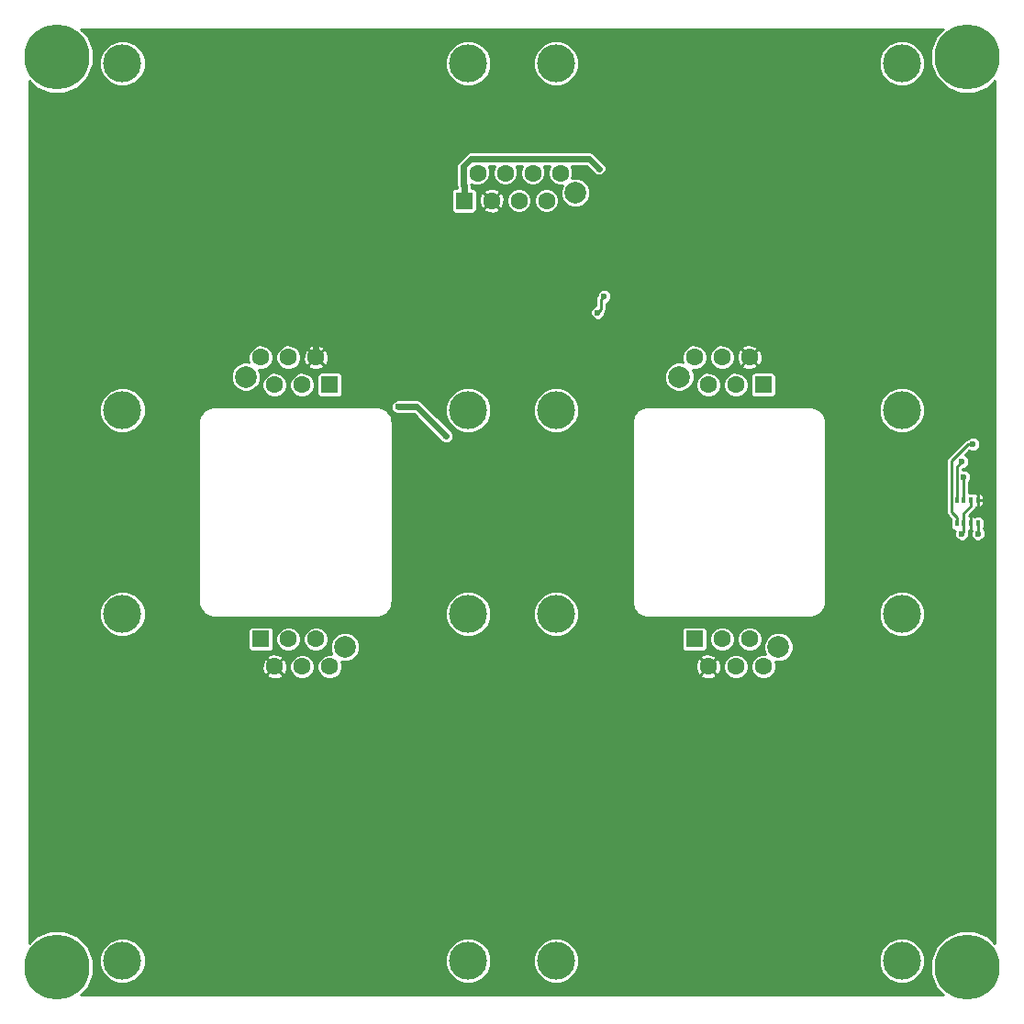
<source format=gbr>
G04 #@! TF.FileFunction,Copper,L1,Top,Signal*
%FSLAX46Y46*%
G04 Gerber Fmt 4.6, Leading zero omitted, Abs format (unit mm)*
G04 Created by KiCad (PCBNEW 4.0.7) date 2019 March 19, Tuesday 10:43:39*
%MOMM*%
%LPD*%
G01*
G04 APERTURE LIST*
%ADD10C,0.150000*%
%ADD11C,3.500000*%
%ADD12R,1.600000X1.600000*%
%ADD13C,1.600000*%
%ADD14C,2.000000*%
%ADD15R,0.350000X0.600000*%
%ADD16C,6.000000*%
%ADD17C,0.600000*%
%ADD18C,0.250000*%
%ADD19C,0.600000*%
G04 APERTURE END LIST*
D10*
D11*
X80950000Y-86400000D03*
X49050000Y-86400000D03*
X49050000Y-54400000D03*
X80950000Y-54400000D03*
X49050000Y-3600000D03*
X80950000Y-3600000D03*
X80950000Y-35600000D03*
X49050000Y-35600000D03*
D12*
X28175000Y-33270000D03*
D13*
X26905000Y-30730000D03*
X25635000Y-33270000D03*
X24365000Y-30730000D03*
X23095000Y-33270000D03*
X21825000Y-30730000D03*
D14*
X20425000Y-32530000D03*
D12*
X68175000Y-33270000D03*
D13*
X66905000Y-30730000D03*
X65635000Y-33270000D03*
X64365000Y-30730000D03*
X63095000Y-33270000D03*
X61825000Y-30730000D03*
D14*
X60425000Y-32530000D03*
D11*
X40950000Y-86400000D03*
X9050000Y-86400000D03*
X9050000Y-54400000D03*
X40950000Y-54400000D03*
D15*
X87975000Y-43912068D03*
X87325000Y-43912068D03*
X86675000Y-43912068D03*
X86025000Y-43912068D03*
X86025000Y-46062068D03*
X86675000Y-46062068D03*
X87325000Y-46062068D03*
X88000000Y-46062068D03*
D12*
X61825000Y-56730000D03*
D13*
X63095000Y-59270000D03*
X64365000Y-56730000D03*
X65635000Y-59270000D03*
X66905000Y-56730000D03*
X68175000Y-59270000D03*
D14*
X69575000Y-57470000D03*
D12*
X21825000Y-56730000D03*
D13*
X23095000Y-59270000D03*
X24365000Y-56730000D03*
X25635000Y-59270000D03*
X26905000Y-56730000D03*
X28175000Y-59270000D03*
D14*
X29575000Y-57470000D03*
D12*
X40555000Y-16270000D03*
D13*
X41825000Y-13730000D03*
X43095000Y-16270000D03*
X44365000Y-13730000D03*
X45635000Y-16270000D03*
X46905000Y-13730000D03*
X48175000Y-16270000D03*
X49445000Y-13730000D03*
D14*
X50845000Y-15530000D03*
D16*
X3000000Y-3000000D03*
X3000000Y-87000000D03*
X87000000Y-87000000D03*
X87000000Y-3000000D03*
D11*
X9050000Y-3600000D03*
X40950000Y-3600000D03*
X40950000Y-35600000D03*
X9050000Y-35600000D03*
D17*
X87400000Y-42800000D03*
X53000000Y-16600000D03*
X45950000Y-18350000D03*
X28100000Y-14300000D03*
X26905000Y-27405000D03*
X42600000Y-40900000D03*
X48358414Y-43762020D03*
X48350000Y-44750000D03*
X48050000Y-26500000D03*
X23400000Y-17800000D03*
X17500000Y-16850000D03*
X38900000Y-44900000D03*
X38900000Y-41700000D03*
X38900000Y-43300000D03*
X20800000Y-15000000D03*
X87000000Y-48050000D03*
X53000000Y-13300000D03*
X88000000Y-47000000D03*
X86500000Y-47000000D03*
X53500000Y-25100000D03*
X52900000Y-26600000D03*
X86675000Y-41775000D03*
X86500000Y-40350000D03*
X87503204Y-38739610D03*
X38900000Y-38000000D03*
X34500000Y-35300000D03*
D18*
X87587068Y-42987068D02*
X87400000Y-42800000D01*
X87600000Y-42987068D02*
X87587068Y-42987068D01*
X87975000Y-43912068D02*
X87975000Y-43362068D01*
X87975000Y-43362068D02*
X87600000Y-42987068D01*
D19*
X26905000Y-30730000D02*
X26905000Y-27405000D01*
D18*
X87325000Y-47725000D02*
X87000000Y-48050000D01*
X87325000Y-47225000D02*
X87325000Y-47725000D01*
X87325000Y-46825000D02*
X87325000Y-47225000D01*
X87975000Y-43912068D02*
X87975000Y-44462068D01*
X87975000Y-44462068D02*
X87325000Y-45112068D01*
X87325000Y-45112068D02*
X87325000Y-45512068D01*
X87325000Y-45512068D02*
X87325000Y-46062068D01*
X87325000Y-46062068D02*
X87325000Y-46825000D01*
D19*
X40555000Y-16270000D02*
X40555000Y-14870000D01*
X40555000Y-14870000D02*
X40524999Y-14839999D01*
X40524999Y-14839999D02*
X40524999Y-13105999D01*
X40524999Y-13105999D02*
X41200999Y-12429999D01*
X41200999Y-12429999D02*
X52129999Y-12429999D01*
X52129999Y-12429999D02*
X52700001Y-13000001D01*
X52700001Y-13000001D02*
X53000000Y-13300000D01*
D18*
X87325000Y-43912068D02*
X87325000Y-44462068D01*
X87325000Y-44462068D02*
X86675000Y-45112068D01*
X86675000Y-45112068D02*
X86675000Y-45512068D01*
X86675000Y-45512068D02*
X86675000Y-46062068D01*
X88000000Y-47000000D02*
X88000000Y-46062068D01*
X86500000Y-47000000D02*
X86675000Y-46825000D01*
X86675000Y-46825000D02*
X86675000Y-46062068D01*
X53199999Y-25400001D02*
X53500000Y-25100000D01*
X52900000Y-26600000D02*
X53199999Y-26300001D01*
X53199999Y-26300001D02*
X53199999Y-25400001D01*
X86675000Y-43912068D02*
X86675000Y-41775000D01*
X86500000Y-40350000D02*
X86025000Y-40825000D01*
X86025000Y-40825000D02*
X86025000Y-43912068D01*
X86025000Y-43362068D02*
X86025000Y-43912068D01*
X87078940Y-38739610D02*
X87503204Y-38739610D01*
X85524999Y-45012067D02*
X85524999Y-40293551D01*
X85524999Y-40293551D02*
X87078940Y-38739610D01*
X86025000Y-46062068D02*
X86025000Y-45512068D01*
X86025000Y-45512068D02*
X85524999Y-45012067D01*
D19*
X36200000Y-35300000D02*
X38900000Y-38000000D01*
X34500000Y-35300000D02*
X36200000Y-35300000D01*
D18*
G36*
X84140483Y-1085720D02*
X83625587Y-2325726D01*
X83624416Y-3668384D01*
X84137146Y-4909286D01*
X85085720Y-5859517D01*
X86325726Y-6374413D01*
X87668384Y-6375584D01*
X88909286Y-5862854D01*
X89550000Y-5223257D01*
X89550000Y-84777313D01*
X88914280Y-84140483D01*
X87674274Y-83625587D01*
X86331616Y-83624416D01*
X85090714Y-84137146D01*
X84140483Y-85085720D01*
X83625587Y-86325726D01*
X83624416Y-87668384D01*
X84137146Y-88909286D01*
X84776743Y-89550000D01*
X5222687Y-89550000D01*
X5859517Y-88914280D01*
X6374413Y-87674274D01*
X6375157Y-86820834D01*
X6924632Y-86820834D01*
X7247462Y-87602143D01*
X7844713Y-88200437D01*
X8625457Y-88524630D01*
X9470834Y-88525368D01*
X10252143Y-88202538D01*
X10850437Y-87605287D01*
X11174630Y-86824543D01*
X11174633Y-86820834D01*
X38824632Y-86820834D01*
X39147462Y-87602143D01*
X39744713Y-88200437D01*
X40525457Y-88524630D01*
X41370834Y-88525368D01*
X42152143Y-88202538D01*
X42750437Y-87605287D01*
X43074630Y-86824543D01*
X43074633Y-86820834D01*
X46924632Y-86820834D01*
X47247462Y-87602143D01*
X47844713Y-88200437D01*
X48625457Y-88524630D01*
X49470834Y-88525368D01*
X50252143Y-88202538D01*
X50850437Y-87605287D01*
X51174630Y-86824543D01*
X51174633Y-86820834D01*
X78824632Y-86820834D01*
X79147462Y-87602143D01*
X79744713Y-88200437D01*
X80525457Y-88524630D01*
X81370834Y-88525368D01*
X82152143Y-88202538D01*
X82750437Y-87605287D01*
X83074630Y-86824543D01*
X83075368Y-85979166D01*
X82752538Y-85197857D01*
X82155287Y-84599563D01*
X81374543Y-84275370D01*
X80529166Y-84274632D01*
X79747857Y-84597462D01*
X79149563Y-85194713D01*
X78825370Y-85975457D01*
X78824632Y-86820834D01*
X51174633Y-86820834D01*
X51175368Y-85979166D01*
X50852538Y-85197857D01*
X50255287Y-84599563D01*
X49474543Y-84275370D01*
X48629166Y-84274632D01*
X47847857Y-84597462D01*
X47249563Y-85194713D01*
X46925370Y-85975457D01*
X46924632Y-86820834D01*
X43074633Y-86820834D01*
X43075368Y-85979166D01*
X42752538Y-85197857D01*
X42155287Y-84599563D01*
X41374543Y-84275370D01*
X40529166Y-84274632D01*
X39747857Y-84597462D01*
X39149563Y-85194713D01*
X38825370Y-85975457D01*
X38824632Y-86820834D01*
X11174633Y-86820834D01*
X11175368Y-85979166D01*
X10852538Y-85197857D01*
X10255287Y-84599563D01*
X9474543Y-84275370D01*
X8629166Y-84274632D01*
X7847857Y-84597462D01*
X7249563Y-85194713D01*
X6925370Y-85975457D01*
X6924632Y-86820834D01*
X6375157Y-86820834D01*
X6375584Y-86331616D01*
X5862854Y-85090714D01*
X4914280Y-84140483D01*
X3674274Y-83625587D01*
X2331616Y-83624416D01*
X1090714Y-84137146D01*
X450000Y-84776743D01*
X450000Y-60051734D01*
X22313973Y-60051734D01*
X22390627Y-60240337D01*
X22815576Y-60436027D01*
X23283065Y-60454199D01*
X23721922Y-60292087D01*
X23799373Y-60240337D01*
X23876027Y-60051734D01*
X23095000Y-59270707D01*
X22313973Y-60051734D01*
X450000Y-60051734D01*
X450000Y-59458065D01*
X21910801Y-59458065D01*
X22072913Y-59896922D01*
X22124663Y-59974373D01*
X22313266Y-60051027D01*
X23094293Y-59270000D01*
X23095707Y-59270000D01*
X23876734Y-60051027D01*
X24065337Y-59974373D01*
X24261027Y-59549424D01*
X24262843Y-59502697D01*
X24459796Y-59502697D01*
X24638302Y-59934715D01*
X24968547Y-60265536D01*
X25400253Y-60444796D01*
X25867697Y-60445204D01*
X26299715Y-60266698D01*
X26630536Y-59936453D01*
X26809796Y-59504747D01*
X26809797Y-59502697D01*
X26999796Y-59502697D01*
X27178302Y-59934715D01*
X27508547Y-60265536D01*
X27940253Y-60444796D01*
X28407697Y-60445204D01*
X28839715Y-60266698D01*
X29055053Y-60051734D01*
X62313973Y-60051734D01*
X62390627Y-60240337D01*
X62815576Y-60436027D01*
X63283065Y-60454199D01*
X63721922Y-60292087D01*
X63799373Y-60240337D01*
X63876027Y-60051734D01*
X63095000Y-59270707D01*
X62313973Y-60051734D01*
X29055053Y-60051734D01*
X29170536Y-59936453D01*
X29349796Y-59504747D01*
X29349836Y-59458065D01*
X61910801Y-59458065D01*
X62072913Y-59896922D01*
X62124663Y-59974373D01*
X62313266Y-60051027D01*
X63094293Y-59270000D01*
X63095707Y-59270000D01*
X63876734Y-60051027D01*
X64065337Y-59974373D01*
X64261027Y-59549424D01*
X64262843Y-59502697D01*
X64459796Y-59502697D01*
X64638302Y-59934715D01*
X64968547Y-60265536D01*
X65400253Y-60444796D01*
X65867697Y-60445204D01*
X66299715Y-60266698D01*
X66630536Y-59936453D01*
X66809796Y-59504747D01*
X66809797Y-59502697D01*
X66999796Y-59502697D01*
X67178302Y-59934715D01*
X67508547Y-60265536D01*
X67940253Y-60444796D01*
X68407697Y-60445204D01*
X68839715Y-60266698D01*
X69170536Y-59936453D01*
X69349796Y-59504747D01*
X69350204Y-59037303D01*
X69264507Y-58829900D01*
X69300296Y-58844761D01*
X69847305Y-58845238D01*
X70352857Y-58636348D01*
X70739989Y-58249892D01*
X70949761Y-57744704D01*
X70950238Y-57197695D01*
X70741348Y-56692143D01*
X70354892Y-56305011D01*
X69849704Y-56095239D01*
X69302695Y-56094762D01*
X68797143Y-56303652D01*
X68410011Y-56690108D01*
X68200239Y-57195296D01*
X68199762Y-57742305D01*
X68345554Y-58095148D01*
X67942303Y-58094796D01*
X67510285Y-58273302D01*
X67179464Y-58603547D01*
X67000204Y-59035253D01*
X66999796Y-59502697D01*
X66809797Y-59502697D01*
X66810204Y-59037303D01*
X66631698Y-58605285D01*
X66301453Y-58274464D01*
X65869747Y-58095204D01*
X65402303Y-58094796D01*
X64970285Y-58273302D01*
X64639464Y-58603547D01*
X64460204Y-59035253D01*
X64459796Y-59502697D01*
X64262843Y-59502697D01*
X64279199Y-59081935D01*
X64117087Y-58643078D01*
X64065337Y-58565627D01*
X63876734Y-58488973D01*
X63095707Y-59270000D01*
X63094293Y-59270000D01*
X62313266Y-58488973D01*
X62124663Y-58565627D01*
X61928973Y-58990576D01*
X61910801Y-59458065D01*
X29349836Y-59458065D01*
X29350204Y-59037303D01*
X29264507Y-58829900D01*
X29300296Y-58844761D01*
X29847305Y-58845238D01*
X30352857Y-58636348D01*
X30501198Y-58488266D01*
X62313973Y-58488266D01*
X63095000Y-59269293D01*
X63876027Y-58488266D01*
X63799373Y-58299663D01*
X63374424Y-58103973D01*
X62906935Y-58085801D01*
X62468078Y-58247913D01*
X62390627Y-58299663D01*
X62313973Y-58488266D01*
X30501198Y-58488266D01*
X30739989Y-58249892D01*
X30949761Y-57744704D01*
X30950238Y-57197695D01*
X30741348Y-56692143D01*
X30354892Y-56305011D01*
X29849704Y-56095239D01*
X29302695Y-56094762D01*
X28797143Y-56303652D01*
X28410011Y-56690108D01*
X28200239Y-57195296D01*
X28199762Y-57742305D01*
X28345554Y-58095148D01*
X27942303Y-58094796D01*
X27510285Y-58273302D01*
X27179464Y-58603547D01*
X27000204Y-59035253D01*
X26999796Y-59502697D01*
X26809797Y-59502697D01*
X26810204Y-59037303D01*
X26631698Y-58605285D01*
X26301453Y-58274464D01*
X25869747Y-58095204D01*
X25402303Y-58094796D01*
X24970285Y-58273302D01*
X24639464Y-58603547D01*
X24460204Y-59035253D01*
X24459796Y-59502697D01*
X24262843Y-59502697D01*
X24279199Y-59081935D01*
X24117087Y-58643078D01*
X24065337Y-58565627D01*
X23876734Y-58488973D01*
X23095707Y-59270000D01*
X23094293Y-59270000D01*
X22313266Y-58488973D01*
X22124663Y-58565627D01*
X21928973Y-58990576D01*
X21910801Y-59458065D01*
X450000Y-59458065D01*
X450000Y-58488266D01*
X22313973Y-58488266D01*
X23095000Y-59269293D01*
X23876027Y-58488266D01*
X23799373Y-58299663D01*
X23374424Y-58103973D01*
X22906935Y-58085801D01*
X22468078Y-58247913D01*
X22390627Y-58299663D01*
X22313973Y-58488266D01*
X450000Y-58488266D01*
X450000Y-54820834D01*
X6924632Y-54820834D01*
X7247462Y-55602143D01*
X7844713Y-56200437D01*
X8625457Y-56524630D01*
X9470834Y-56525368D01*
X10252143Y-56202538D01*
X10525156Y-55930000D01*
X20642654Y-55930000D01*
X20642654Y-57530000D01*
X20668802Y-57668966D01*
X20750931Y-57796599D01*
X20876246Y-57882223D01*
X21025000Y-57912346D01*
X22625000Y-57912346D01*
X22763966Y-57886198D01*
X22891599Y-57804069D01*
X22977223Y-57678754D01*
X23007346Y-57530000D01*
X23007346Y-56962697D01*
X23189796Y-56962697D01*
X23368302Y-57394715D01*
X23698547Y-57725536D01*
X24130253Y-57904796D01*
X24597697Y-57905204D01*
X25029715Y-57726698D01*
X25360536Y-57396453D01*
X25539796Y-56964747D01*
X25539797Y-56962697D01*
X25729796Y-56962697D01*
X25908302Y-57394715D01*
X26238547Y-57725536D01*
X26670253Y-57904796D01*
X27137697Y-57905204D01*
X27569715Y-57726698D01*
X27900536Y-57396453D01*
X28079796Y-56964747D01*
X28080204Y-56497303D01*
X27901698Y-56065285D01*
X27571453Y-55734464D01*
X27139747Y-55555204D01*
X26672303Y-55554796D01*
X26240285Y-55733302D01*
X25909464Y-56063547D01*
X25730204Y-56495253D01*
X25729796Y-56962697D01*
X25539797Y-56962697D01*
X25540204Y-56497303D01*
X25361698Y-56065285D01*
X25031453Y-55734464D01*
X24599747Y-55555204D01*
X24132303Y-55554796D01*
X23700285Y-55733302D01*
X23369464Y-56063547D01*
X23190204Y-56495253D01*
X23189796Y-56962697D01*
X23007346Y-56962697D01*
X23007346Y-55930000D01*
X22981198Y-55791034D01*
X22899069Y-55663401D01*
X22773754Y-55577777D01*
X22625000Y-55547654D01*
X21025000Y-55547654D01*
X20886034Y-55573802D01*
X20758401Y-55655931D01*
X20672777Y-55781246D01*
X20642654Y-55930000D01*
X10525156Y-55930000D01*
X10850437Y-55605287D01*
X11174630Y-54824543D01*
X11174633Y-54820834D01*
X38824632Y-54820834D01*
X39147462Y-55602143D01*
X39744713Y-56200437D01*
X40525457Y-56524630D01*
X41370834Y-56525368D01*
X42152143Y-56202538D01*
X42750437Y-55605287D01*
X43074630Y-54824543D01*
X43074633Y-54820834D01*
X46924632Y-54820834D01*
X47247462Y-55602143D01*
X47844713Y-56200437D01*
X48625457Y-56524630D01*
X49470834Y-56525368D01*
X50252143Y-56202538D01*
X50525156Y-55930000D01*
X60642654Y-55930000D01*
X60642654Y-57530000D01*
X60668802Y-57668966D01*
X60750931Y-57796599D01*
X60876246Y-57882223D01*
X61025000Y-57912346D01*
X62625000Y-57912346D01*
X62763966Y-57886198D01*
X62891599Y-57804069D01*
X62977223Y-57678754D01*
X63007346Y-57530000D01*
X63007346Y-56962697D01*
X63189796Y-56962697D01*
X63368302Y-57394715D01*
X63698547Y-57725536D01*
X64130253Y-57904796D01*
X64597697Y-57905204D01*
X65029715Y-57726698D01*
X65360536Y-57396453D01*
X65539796Y-56964747D01*
X65539797Y-56962697D01*
X65729796Y-56962697D01*
X65908302Y-57394715D01*
X66238547Y-57725536D01*
X66670253Y-57904796D01*
X67137697Y-57905204D01*
X67569715Y-57726698D01*
X67900536Y-57396453D01*
X68079796Y-56964747D01*
X68080204Y-56497303D01*
X67901698Y-56065285D01*
X67571453Y-55734464D01*
X67139747Y-55555204D01*
X66672303Y-55554796D01*
X66240285Y-55733302D01*
X65909464Y-56063547D01*
X65730204Y-56495253D01*
X65729796Y-56962697D01*
X65539797Y-56962697D01*
X65540204Y-56497303D01*
X65361698Y-56065285D01*
X65031453Y-55734464D01*
X64599747Y-55555204D01*
X64132303Y-55554796D01*
X63700285Y-55733302D01*
X63369464Y-56063547D01*
X63190204Y-56495253D01*
X63189796Y-56962697D01*
X63007346Y-56962697D01*
X63007346Y-55930000D01*
X62981198Y-55791034D01*
X62899069Y-55663401D01*
X62773754Y-55577777D01*
X62625000Y-55547654D01*
X61025000Y-55547654D01*
X60886034Y-55573802D01*
X60758401Y-55655931D01*
X60672777Y-55781246D01*
X60642654Y-55930000D01*
X50525156Y-55930000D01*
X50850437Y-55605287D01*
X51174630Y-54824543D01*
X51174633Y-54820834D01*
X78824632Y-54820834D01*
X79147462Y-55602143D01*
X79744713Y-56200437D01*
X80525457Y-56524630D01*
X81370834Y-56525368D01*
X82152143Y-56202538D01*
X82750437Y-55605287D01*
X83074630Y-54824543D01*
X83075368Y-53979166D01*
X82752538Y-53197857D01*
X82155287Y-52599563D01*
X81374543Y-52275370D01*
X80529166Y-52274632D01*
X79747857Y-52597462D01*
X79149563Y-53194713D01*
X78825370Y-53975457D01*
X78824632Y-54820834D01*
X51174633Y-54820834D01*
X51175368Y-53979166D01*
X50852538Y-53197857D01*
X50255287Y-52599563D01*
X49474543Y-52275370D01*
X48629166Y-52274632D01*
X47847857Y-52597462D01*
X47249563Y-53194713D01*
X46925370Y-53975457D01*
X46924632Y-54820834D01*
X43074633Y-54820834D01*
X43075368Y-53979166D01*
X42752538Y-53197857D01*
X42155287Y-52599563D01*
X41374543Y-52275370D01*
X40529166Y-52274632D01*
X39747857Y-52597462D01*
X39149563Y-53194713D01*
X38825370Y-53975457D01*
X38824632Y-54820834D01*
X11174633Y-54820834D01*
X11175368Y-53979166D01*
X10852538Y-53197857D01*
X10255287Y-52599563D01*
X9474543Y-52275370D01*
X8629166Y-52274632D01*
X7847857Y-52597462D01*
X7249563Y-53194713D01*
X6925370Y-53975457D01*
X6924632Y-54820834D01*
X450000Y-54820834D01*
X450000Y-36020834D01*
X6924632Y-36020834D01*
X7247462Y-36802143D01*
X7844713Y-37400437D01*
X8625457Y-37724630D01*
X9470834Y-37725368D01*
X10252143Y-37402538D01*
X10850437Y-36805287D01*
X10894155Y-36700000D01*
X16050000Y-36700000D01*
X16050000Y-53300000D01*
X16058647Y-53343471D01*
X16058647Y-53387790D01*
X16134766Y-53770468D01*
X16134766Y-53770473D01*
X16162598Y-53837665D01*
X16201958Y-53932690D01*
X16201963Y-53932695D01*
X16418730Y-54257111D01*
X16418731Y-54257114D01*
X16461618Y-54300000D01*
X16542886Y-54381268D01*
X16542889Y-54381269D01*
X16867307Y-54598039D01*
X16867310Y-54598042D01*
X16948418Y-54631637D01*
X17029527Y-54665234D01*
X17029532Y-54665234D01*
X17412210Y-54741353D01*
X17456529Y-54741353D01*
X17500000Y-54750000D01*
X32500000Y-54750000D01*
X32543471Y-54741353D01*
X32587790Y-54741353D01*
X32970468Y-54665234D01*
X32970473Y-54665234D01*
X33037665Y-54637402D01*
X33132690Y-54598042D01*
X33132695Y-54598037D01*
X33457111Y-54381270D01*
X33457114Y-54381269D01*
X33538382Y-54300000D01*
X33581268Y-54257114D01*
X33581269Y-54257111D01*
X33798039Y-53932693D01*
X33798042Y-53932690D01*
X33832409Y-53849718D01*
X33865234Y-53770473D01*
X33865234Y-53770468D01*
X33941353Y-53387790D01*
X33941353Y-53343471D01*
X33950000Y-53300000D01*
X33950000Y-36700000D01*
X33941353Y-36656529D01*
X33941353Y-36612210D01*
X33865234Y-36229532D01*
X33865234Y-36229527D01*
X33818104Y-36115746D01*
X33798042Y-36067310D01*
X33798039Y-36067307D01*
X33581268Y-35742887D01*
X33581268Y-35742886D01*
X33519191Y-35680809D01*
X33457114Y-35618731D01*
X33457111Y-35618730D01*
X33180159Y-35433677D01*
X33824883Y-35433677D01*
X33927429Y-35681857D01*
X34117144Y-35871903D01*
X34365145Y-35974883D01*
X34633677Y-35975117D01*
X34633960Y-35975000D01*
X35920406Y-35975000D01*
X38422573Y-38477167D01*
X38517144Y-38571903D01*
X38765145Y-38674883D01*
X39033677Y-38675117D01*
X39281857Y-38572571D01*
X39471903Y-38382856D01*
X39574883Y-38134855D01*
X39575117Y-37866323D01*
X39472571Y-37618143D01*
X39282856Y-37428097D01*
X39282574Y-37427980D01*
X37875428Y-36020834D01*
X38824632Y-36020834D01*
X39147462Y-36802143D01*
X39744713Y-37400437D01*
X40525457Y-37724630D01*
X41370834Y-37725368D01*
X42152143Y-37402538D01*
X42750437Y-36805287D01*
X43074630Y-36024543D01*
X43074633Y-36020834D01*
X46924632Y-36020834D01*
X47247462Y-36802143D01*
X47844713Y-37400437D01*
X48625457Y-37724630D01*
X49470834Y-37725368D01*
X50252143Y-37402538D01*
X50850437Y-36805287D01*
X50894155Y-36700000D01*
X56050000Y-36700000D01*
X56050000Y-53300000D01*
X56058647Y-53343471D01*
X56058647Y-53387790D01*
X56134766Y-53770468D01*
X56134766Y-53770473D01*
X56162598Y-53837665D01*
X56201958Y-53932690D01*
X56201963Y-53932695D01*
X56418730Y-54257111D01*
X56418731Y-54257114D01*
X56461618Y-54300000D01*
X56542886Y-54381268D01*
X56542889Y-54381269D01*
X56867307Y-54598039D01*
X56867310Y-54598042D01*
X56948418Y-54631637D01*
X57029527Y-54665234D01*
X57029532Y-54665234D01*
X57412210Y-54741353D01*
X57456529Y-54741353D01*
X57500000Y-54750000D01*
X72500000Y-54750000D01*
X72543471Y-54741353D01*
X72587790Y-54741353D01*
X72970468Y-54665234D01*
X72970473Y-54665234D01*
X73037665Y-54637402D01*
X73132690Y-54598042D01*
X73132695Y-54598037D01*
X73457111Y-54381270D01*
X73457114Y-54381269D01*
X73538382Y-54300000D01*
X73581268Y-54257114D01*
X73581269Y-54257111D01*
X73798039Y-53932693D01*
X73798042Y-53932690D01*
X73832409Y-53849718D01*
X73865234Y-53770473D01*
X73865234Y-53770468D01*
X73941353Y-53387790D01*
X73941353Y-53343471D01*
X73950000Y-53300000D01*
X73950000Y-40293551D01*
X85024999Y-40293551D01*
X85024999Y-45012067D01*
X85054129Y-45158514D01*
X85063059Y-45203409D01*
X85171446Y-45365620D01*
X85484534Y-45678709D01*
X85467654Y-45762068D01*
X85467654Y-46362068D01*
X85493802Y-46501034D01*
X85575931Y-46628667D01*
X85701246Y-46714291D01*
X85850000Y-46744414D01*
X85875249Y-46744414D01*
X85825117Y-46865145D01*
X85824883Y-47133677D01*
X85927429Y-47381857D01*
X86117144Y-47571903D01*
X86365145Y-47674883D01*
X86633677Y-47675117D01*
X86881857Y-47572571D01*
X87071903Y-47382856D01*
X87174883Y-47134855D01*
X87174884Y-47133677D01*
X87324883Y-47133677D01*
X87427429Y-47381857D01*
X87617144Y-47571903D01*
X87865145Y-47674883D01*
X88133677Y-47675117D01*
X88381857Y-47572571D01*
X88571903Y-47382856D01*
X88674883Y-47134855D01*
X88675117Y-46866323D01*
X88572571Y-46618143D01*
X88502117Y-46547566D01*
X88527223Y-46510822D01*
X88557346Y-46362068D01*
X88557346Y-45762068D01*
X88531198Y-45623102D01*
X88449069Y-45495469D01*
X88323754Y-45409845D01*
X88175000Y-45379722D01*
X87825000Y-45379722D01*
X87686034Y-45405870D01*
X87661191Y-45421856D01*
X87574791Y-45386068D01*
X87419500Y-45386068D01*
X87325500Y-45480068D01*
X87325500Y-46061568D01*
X87345500Y-46061568D01*
X87345500Y-46062568D01*
X87325500Y-46062568D01*
X87325500Y-46644068D01*
X87390095Y-46708663D01*
X87325117Y-46865145D01*
X87324883Y-47133677D01*
X87174884Y-47133677D01*
X87175117Y-46866323D01*
X87169489Y-46852703D01*
X87175000Y-46825000D01*
X87175000Y-46738068D01*
X87230500Y-46738068D01*
X87324500Y-46644068D01*
X87324500Y-46062568D01*
X87304500Y-46062568D01*
X87304500Y-46061568D01*
X87324500Y-46061568D01*
X87324500Y-45480068D01*
X87230500Y-45386068D01*
X87175000Y-45386068D01*
X87175000Y-45319174D01*
X87678554Y-44815621D01*
X87786940Y-44653410D01*
X87799937Y-44588068D01*
X87880500Y-44588068D01*
X87974500Y-44494068D01*
X87974500Y-43912568D01*
X87975500Y-43912568D01*
X87975500Y-44494068D01*
X88069500Y-44588068D01*
X88224791Y-44588068D01*
X88362987Y-44530825D01*
X88468757Y-44425055D01*
X88526000Y-44286859D01*
X88526000Y-44006568D01*
X88432000Y-43912568D01*
X87975500Y-43912568D01*
X87974500Y-43912568D01*
X87954500Y-43912568D01*
X87954500Y-43911568D01*
X87974500Y-43911568D01*
X87974500Y-43330068D01*
X87975500Y-43330068D01*
X87975500Y-43911568D01*
X88432000Y-43911568D01*
X88526000Y-43817568D01*
X88526000Y-43537277D01*
X88468757Y-43399081D01*
X88362987Y-43293311D01*
X88224791Y-43236068D01*
X88069500Y-43236068D01*
X87975500Y-43330068D01*
X87974500Y-43330068D01*
X87880500Y-43236068D01*
X87725209Y-43236068D01*
X87655945Y-43264758D01*
X87648754Y-43259845D01*
X87500000Y-43229722D01*
X87175000Y-43229722D01*
X87175000Y-42229634D01*
X87246903Y-42157856D01*
X87349883Y-41909855D01*
X87350117Y-41641323D01*
X87247571Y-41393143D01*
X87057856Y-41203097D01*
X86809855Y-41100117D01*
X86541323Y-41099883D01*
X86525000Y-41106628D01*
X86525000Y-41032106D01*
X86532078Y-41025028D01*
X86633677Y-41025117D01*
X86881857Y-40922571D01*
X87071903Y-40732856D01*
X87174883Y-40484855D01*
X87175117Y-40216323D01*
X87072571Y-39968143D01*
X86882856Y-39778097D01*
X86787256Y-39738400D01*
X87186624Y-39339033D01*
X87368349Y-39414493D01*
X87636881Y-39414727D01*
X87885061Y-39312181D01*
X88075107Y-39122466D01*
X88178087Y-38874465D01*
X88178321Y-38605933D01*
X88075775Y-38357753D01*
X87886060Y-38167707D01*
X87638059Y-38064727D01*
X87369527Y-38064493D01*
X87121347Y-38167039D01*
X87041112Y-38247134D01*
X86887598Y-38277670D01*
X86725386Y-38386057D01*
X85171446Y-39939998D01*
X85063059Y-40102209D01*
X85024999Y-40293551D01*
X73950000Y-40293551D01*
X73950000Y-36700000D01*
X73941353Y-36656529D01*
X73941353Y-36612210D01*
X73865234Y-36229532D01*
X73865234Y-36229527D01*
X73818104Y-36115746D01*
X73798042Y-36067310D01*
X73798039Y-36067307D01*
X73766987Y-36020834D01*
X78824632Y-36020834D01*
X79147462Y-36802143D01*
X79744713Y-37400437D01*
X80525457Y-37724630D01*
X81370834Y-37725368D01*
X82152143Y-37402538D01*
X82750437Y-36805287D01*
X83074630Y-36024543D01*
X83075368Y-35179166D01*
X82752538Y-34397857D01*
X82155287Y-33799563D01*
X81374543Y-33475370D01*
X80529166Y-33474632D01*
X79747857Y-33797462D01*
X79149563Y-34394713D01*
X78825370Y-35175457D01*
X78824632Y-36020834D01*
X73766987Y-36020834D01*
X73581268Y-35742887D01*
X73581268Y-35742886D01*
X73519191Y-35680809D01*
X73457114Y-35618731D01*
X73457111Y-35618730D01*
X73132695Y-35401963D01*
X73132690Y-35401958D01*
X73037665Y-35362598D01*
X72970473Y-35334766D01*
X72970468Y-35334766D01*
X72587790Y-35258647D01*
X72543471Y-35258647D01*
X72500000Y-35250000D01*
X57500000Y-35250000D01*
X57456529Y-35258647D01*
X57412210Y-35258647D01*
X57029532Y-35334766D01*
X56948418Y-35368363D01*
X56867310Y-35401958D01*
X56867307Y-35401961D01*
X56542889Y-35618731D01*
X56542886Y-35618732D01*
X56480809Y-35680809D01*
X56418731Y-35742886D01*
X56418731Y-35742887D01*
X56201963Y-36067305D01*
X56201958Y-36067310D01*
X56167591Y-36150281D01*
X56134766Y-36229527D01*
X56134766Y-36229532D01*
X56058647Y-36612210D01*
X56058647Y-36656529D01*
X56050000Y-36700000D01*
X50894155Y-36700000D01*
X51174630Y-36024543D01*
X51175368Y-35179166D01*
X50852538Y-34397857D01*
X50255287Y-33799563D01*
X49474543Y-33475370D01*
X48629166Y-33474632D01*
X47847857Y-33797462D01*
X47249563Y-34394713D01*
X46925370Y-35175457D01*
X46924632Y-36020834D01*
X43074633Y-36020834D01*
X43075368Y-35179166D01*
X42752538Y-34397857D01*
X42155287Y-33799563D01*
X41374543Y-33475370D01*
X40529166Y-33474632D01*
X39747857Y-33797462D01*
X39149563Y-34394713D01*
X38825370Y-35175457D01*
X38824632Y-36020834D01*
X37875428Y-36020834D01*
X36677297Y-34822703D01*
X36458312Y-34676381D01*
X36200000Y-34625000D01*
X34500589Y-34625000D01*
X34366323Y-34624883D01*
X34118143Y-34727429D01*
X33928097Y-34917144D01*
X33825117Y-35165145D01*
X33824883Y-35433677D01*
X33180159Y-35433677D01*
X33132695Y-35401963D01*
X33132690Y-35401958D01*
X33037665Y-35362598D01*
X32970473Y-35334766D01*
X32970468Y-35334766D01*
X32587790Y-35258647D01*
X32543471Y-35258647D01*
X32500000Y-35250000D01*
X17500000Y-35250000D01*
X17456529Y-35258647D01*
X17412210Y-35258647D01*
X17029532Y-35334766D01*
X16948418Y-35368363D01*
X16867310Y-35401958D01*
X16867307Y-35401961D01*
X16542889Y-35618731D01*
X16542886Y-35618732D01*
X16480809Y-35680809D01*
X16418731Y-35742886D01*
X16418731Y-35742887D01*
X16201963Y-36067305D01*
X16201958Y-36067310D01*
X16167591Y-36150281D01*
X16134766Y-36229527D01*
X16134766Y-36229532D01*
X16058647Y-36612210D01*
X16058647Y-36656529D01*
X16050000Y-36700000D01*
X10894155Y-36700000D01*
X11174630Y-36024543D01*
X11175368Y-35179166D01*
X10852538Y-34397857D01*
X10255287Y-33799563D01*
X9474543Y-33475370D01*
X8629166Y-33474632D01*
X7847857Y-33797462D01*
X7249563Y-34394713D01*
X6925370Y-35175457D01*
X6924632Y-36020834D01*
X450000Y-36020834D01*
X450000Y-32802305D01*
X19049762Y-32802305D01*
X19258652Y-33307857D01*
X19645108Y-33694989D01*
X20150296Y-33904761D01*
X20697305Y-33905238D01*
X21202857Y-33696348D01*
X21396846Y-33502697D01*
X21919796Y-33502697D01*
X22098302Y-33934715D01*
X22428547Y-34265536D01*
X22860253Y-34444796D01*
X23327697Y-34445204D01*
X23759715Y-34266698D01*
X24090536Y-33936453D01*
X24269796Y-33504747D01*
X24269797Y-33502697D01*
X24459796Y-33502697D01*
X24638302Y-33934715D01*
X24968547Y-34265536D01*
X25400253Y-34444796D01*
X25867697Y-34445204D01*
X26299715Y-34266698D01*
X26630536Y-33936453D01*
X26809796Y-33504747D01*
X26810204Y-33037303D01*
X26631698Y-32605285D01*
X26496649Y-32470000D01*
X26992654Y-32470000D01*
X26992654Y-34070000D01*
X27018802Y-34208966D01*
X27100931Y-34336599D01*
X27226246Y-34422223D01*
X27375000Y-34452346D01*
X28975000Y-34452346D01*
X29113966Y-34426198D01*
X29241599Y-34344069D01*
X29327223Y-34218754D01*
X29357346Y-34070000D01*
X29357346Y-32802305D01*
X59049762Y-32802305D01*
X59258652Y-33307857D01*
X59645108Y-33694989D01*
X60150296Y-33904761D01*
X60697305Y-33905238D01*
X61202857Y-33696348D01*
X61396846Y-33502697D01*
X61919796Y-33502697D01*
X62098302Y-33934715D01*
X62428547Y-34265536D01*
X62860253Y-34444796D01*
X63327697Y-34445204D01*
X63759715Y-34266698D01*
X64090536Y-33936453D01*
X64269796Y-33504747D01*
X64269797Y-33502697D01*
X64459796Y-33502697D01*
X64638302Y-33934715D01*
X64968547Y-34265536D01*
X65400253Y-34444796D01*
X65867697Y-34445204D01*
X66299715Y-34266698D01*
X66630536Y-33936453D01*
X66809796Y-33504747D01*
X66810204Y-33037303D01*
X66631698Y-32605285D01*
X66496649Y-32470000D01*
X66992654Y-32470000D01*
X66992654Y-34070000D01*
X67018802Y-34208966D01*
X67100931Y-34336599D01*
X67226246Y-34422223D01*
X67375000Y-34452346D01*
X68975000Y-34452346D01*
X69113966Y-34426198D01*
X69241599Y-34344069D01*
X69327223Y-34218754D01*
X69357346Y-34070000D01*
X69357346Y-32470000D01*
X69331198Y-32331034D01*
X69249069Y-32203401D01*
X69123754Y-32117777D01*
X68975000Y-32087654D01*
X67375000Y-32087654D01*
X67236034Y-32113802D01*
X67108401Y-32195931D01*
X67022777Y-32321246D01*
X66992654Y-32470000D01*
X66496649Y-32470000D01*
X66301453Y-32274464D01*
X65869747Y-32095204D01*
X65402303Y-32094796D01*
X64970285Y-32273302D01*
X64639464Y-32603547D01*
X64460204Y-33035253D01*
X64459796Y-33502697D01*
X64269797Y-33502697D01*
X64270204Y-33037303D01*
X64091698Y-32605285D01*
X63761453Y-32274464D01*
X63329747Y-32095204D01*
X62862303Y-32094796D01*
X62430285Y-32273302D01*
X62099464Y-32603547D01*
X61920204Y-33035253D01*
X61919796Y-33502697D01*
X61396846Y-33502697D01*
X61589989Y-33309892D01*
X61799761Y-32804704D01*
X61800238Y-32257695D01*
X61654446Y-31904852D01*
X62057697Y-31905204D01*
X62489715Y-31726698D01*
X62820536Y-31396453D01*
X62999796Y-30964747D01*
X62999797Y-30962697D01*
X63189796Y-30962697D01*
X63368302Y-31394715D01*
X63698547Y-31725536D01*
X64130253Y-31904796D01*
X64597697Y-31905204D01*
X65029715Y-31726698D01*
X65245053Y-31511734D01*
X66123973Y-31511734D01*
X66200627Y-31700337D01*
X66625576Y-31896027D01*
X67093065Y-31914199D01*
X67531922Y-31752087D01*
X67609373Y-31700337D01*
X67686027Y-31511734D01*
X66905000Y-30730707D01*
X66123973Y-31511734D01*
X65245053Y-31511734D01*
X65360536Y-31396453D01*
X65539796Y-30964747D01*
X65539836Y-30918065D01*
X65720801Y-30918065D01*
X65882913Y-31356922D01*
X65934663Y-31434373D01*
X66123266Y-31511027D01*
X66904293Y-30730000D01*
X66905707Y-30730000D01*
X67686734Y-31511027D01*
X67875337Y-31434373D01*
X68071027Y-31009424D01*
X68089199Y-30541935D01*
X67927087Y-30103078D01*
X67875337Y-30025627D01*
X67686734Y-29948973D01*
X66905707Y-30730000D01*
X66904293Y-30730000D01*
X66123266Y-29948973D01*
X65934663Y-30025627D01*
X65738973Y-30450576D01*
X65720801Y-30918065D01*
X65539836Y-30918065D01*
X65540204Y-30497303D01*
X65361698Y-30065285D01*
X65244883Y-29948266D01*
X66123973Y-29948266D01*
X66905000Y-30729293D01*
X67686027Y-29948266D01*
X67609373Y-29759663D01*
X67184424Y-29563973D01*
X66716935Y-29545801D01*
X66278078Y-29707913D01*
X66200627Y-29759663D01*
X66123973Y-29948266D01*
X65244883Y-29948266D01*
X65031453Y-29734464D01*
X64599747Y-29555204D01*
X64132303Y-29554796D01*
X63700285Y-29733302D01*
X63369464Y-30063547D01*
X63190204Y-30495253D01*
X63189796Y-30962697D01*
X62999797Y-30962697D01*
X63000204Y-30497303D01*
X62821698Y-30065285D01*
X62491453Y-29734464D01*
X62059747Y-29555204D01*
X61592303Y-29554796D01*
X61160285Y-29733302D01*
X60829464Y-30063547D01*
X60650204Y-30495253D01*
X60649796Y-30962697D01*
X60735493Y-31170100D01*
X60699704Y-31155239D01*
X60152695Y-31154762D01*
X59647143Y-31363652D01*
X59260011Y-31750108D01*
X59050239Y-32255296D01*
X59049762Y-32802305D01*
X29357346Y-32802305D01*
X29357346Y-32470000D01*
X29331198Y-32331034D01*
X29249069Y-32203401D01*
X29123754Y-32117777D01*
X28975000Y-32087654D01*
X27375000Y-32087654D01*
X27236034Y-32113802D01*
X27108401Y-32195931D01*
X27022777Y-32321246D01*
X26992654Y-32470000D01*
X26496649Y-32470000D01*
X26301453Y-32274464D01*
X25869747Y-32095204D01*
X25402303Y-32094796D01*
X24970285Y-32273302D01*
X24639464Y-32603547D01*
X24460204Y-33035253D01*
X24459796Y-33502697D01*
X24269797Y-33502697D01*
X24270204Y-33037303D01*
X24091698Y-32605285D01*
X23761453Y-32274464D01*
X23329747Y-32095204D01*
X22862303Y-32094796D01*
X22430285Y-32273302D01*
X22099464Y-32603547D01*
X21920204Y-33035253D01*
X21919796Y-33502697D01*
X21396846Y-33502697D01*
X21589989Y-33309892D01*
X21799761Y-32804704D01*
X21800238Y-32257695D01*
X21654446Y-31904852D01*
X22057697Y-31905204D01*
X22489715Y-31726698D01*
X22820536Y-31396453D01*
X22999796Y-30964747D01*
X22999797Y-30962697D01*
X23189796Y-30962697D01*
X23368302Y-31394715D01*
X23698547Y-31725536D01*
X24130253Y-31904796D01*
X24597697Y-31905204D01*
X25029715Y-31726698D01*
X25245053Y-31511734D01*
X26123973Y-31511734D01*
X26200627Y-31700337D01*
X26625576Y-31896027D01*
X27093065Y-31914199D01*
X27531922Y-31752087D01*
X27609373Y-31700337D01*
X27686027Y-31511734D01*
X26905000Y-30730707D01*
X26123973Y-31511734D01*
X25245053Y-31511734D01*
X25360536Y-31396453D01*
X25539796Y-30964747D01*
X25539836Y-30918065D01*
X25720801Y-30918065D01*
X25882913Y-31356922D01*
X25934663Y-31434373D01*
X26123266Y-31511027D01*
X26904293Y-30730000D01*
X26905707Y-30730000D01*
X27686734Y-31511027D01*
X27875337Y-31434373D01*
X28071027Y-31009424D01*
X28089199Y-30541935D01*
X27927087Y-30103078D01*
X27875337Y-30025627D01*
X27686734Y-29948973D01*
X26905707Y-30730000D01*
X26904293Y-30730000D01*
X26123266Y-29948973D01*
X25934663Y-30025627D01*
X25738973Y-30450576D01*
X25720801Y-30918065D01*
X25539836Y-30918065D01*
X25540204Y-30497303D01*
X25361698Y-30065285D01*
X25244883Y-29948266D01*
X26123973Y-29948266D01*
X26905000Y-30729293D01*
X27686027Y-29948266D01*
X27609373Y-29759663D01*
X27184424Y-29563973D01*
X26716935Y-29545801D01*
X26278078Y-29707913D01*
X26200627Y-29759663D01*
X26123973Y-29948266D01*
X25244883Y-29948266D01*
X25031453Y-29734464D01*
X24599747Y-29555204D01*
X24132303Y-29554796D01*
X23700285Y-29733302D01*
X23369464Y-30063547D01*
X23190204Y-30495253D01*
X23189796Y-30962697D01*
X22999797Y-30962697D01*
X23000204Y-30497303D01*
X22821698Y-30065285D01*
X22491453Y-29734464D01*
X22059747Y-29555204D01*
X21592303Y-29554796D01*
X21160285Y-29733302D01*
X20829464Y-30063547D01*
X20650204Y-30495253D01*
X20649796Y-30962697D01*
X20735493Y-31170100D01*
X20699704Y-31155239D01*
X20152695Y-31154762D01*
X19647143Y-31363652D01*
X19260011Y-31750108D01*
X19050239Y-32255296D01*
X19049762Y-32802305D01*
X450000Y-32802305D01*
X450000Y-26733677D01*
X52224883Y-26733677D01*
X52327429Y-26981857D01*
X52517144Y-27171903D01*
X52765145Y-27274883D01*
X53033677Y-27275117D01*
X53281857Y-27172571D01*
X53471903Y-26982856D01*
X53574883Y-26734855D01*
X53574982Y-26621483D01*
X53618525Y-26556315D01*
X53661939Y-26491343D01*
X53699999Y-26300001D01*
X53699999Y-25747713D01*
X53881857Y-25672571D01*
X54071903Y-25482856D01*
X54174883Y-25234855D01*
X54175117Y-24966323D01*
X54072571Y-24718143D01*
X53882856Y-24528097D01*
X53634855Y-24425117D01*
X53366323Y-24424883D01*
X53118143Y-24527429D01*
X52928097Y-24717144D01*
X52825117Y-24965145D01*
X52825018Y-25078517D01*
X52738059Y-25208659D01*
X52699999Y-25400001D01*
X52699999Y-25952288D01*
X52518143Y-26027429D01*
X52328097Y-26217144D01*
X52225117Y-26465145D01*
X52224883Y-26733677D01*
X450000Y-26733677D01*
X450000Y-15470000D01*
X39372654Y-15470000D01*
X39372654Y-17070000D01*
X39398802Y-17208966D01*
X39480931Y-17336599D01*
X39606246Y-17422223D01*
X39755000Y-17452346D01*
X41355000Y-17452346D01*
X41493966Y-17426198D01*
X41621599Y-17344069D01*
X41707223Y-17218754D01*
X41737346Y-17070000D01*
X41737346Y-17051734D01*
X42313973Y-17051734D01*
X42390627Y-17240337D01*
X42815576Y-17436027D01*
X43283065Y-17454199D01*
X43721922Y-17292087D01*
X43799373Y-17240337D01*
X43876027Y-17051734D01*
X43095000Y-16270707D01*
X42313973Y-17051734D01*
X41737346Y-17051734D01*
X41737346Y-16458065D01*
X41910801Y-16458065D01*
X42072913Y-16896922D01*
X42124663Y-16974373D01*
X42313266Y-17051027D01*
X43094293Y-16270000D01*
X43095707Y-16270000D01*
X43876734Y-17051027D01*
X44065337Y-16974373D01*
X44261027Y-16549424D01*
X44262843Y-16502697D01*
X44459796Y-16502697D01*
X44638302Y-16934715D01*
X44968547Y-17265536D01*
X45400253Y-17444796D01*
X45867697Y-17445204D01*
X46299715Y-17266698D01*
X46630536Y-16936453D01*
X46809796Y-16504747D01*
X46809797Y-16502697D01*
X46999796Y-16502697D01*
X47178302Y-16934715D01*
X47508547Y-17265536D01*
X47940253Y-17444796D01*
X48407697Y-17445204D01*
X48839715Y-17266698D01*
X49170536Y-16936453D01*
X49349796Y-16504747D01*
X49350204Y-16037303D01*
X49171698Y-15605285D01*
X48841453Y-15274464D01*
X48409747Y-15095204D01*
X47942303Y-15094796D01*
X47510285Y-15273302D01*
X47179464Y-15603547D01*
X47000204Y-16035253D01*
X46999796Y-16502697D01*
X46809797Y-16502697D01*
X46810204Y-16037303D01*
X46631698Y-15605285D01*
X46301453Y-15274464D01*
X45869747Y-15095204D01*
X45402303Y-15094796D01*
X44970285Y-15273302D01*
X44639464Y-15603547D01*
X44460204Y-16035253D01*
X44459796Y-16502697D01*
X44262843Y-16502697D01*
X44279199Y-16081935D01*
X44117087Y-15643078D01*
X44065337Y-15565627D01*
X43876734Y-15488973D01*
X43095707Y-16270000D01*
X43094293Y-16270000D01*
X42313266Y-15488973D01*
X42124663Y-15565627D01*
X41928973Y-15990576D01*
X41910801Y-16458065D01*
X41737346Y-16458065D01*
X41737346Y-15488266D01*
X42313973Y-15488266D01*
X43095000Y-16269293D01*
X43876027Y-15488266D01*
X43799373Y-15299663D01*
X43374424Y-15103973D01*
X42906935Y-15085801D01*
X42468078Y-15247913D01*
X42390627Y-15299663D01*
X42313973Y-15488266D01*
X41737346Y-15488266D01*
X41737346Y-15470000D01*
X41711198Y-15331034D01*
X41629069Y-15203401D01*
X41503754Y-15117777D01*
X41355000Y-15087654D01*
X41230000Y-15087654D01*
X41230000Y-14870000D01*
X41205110Y-14744871D01*
X41590253Y-14904796D01*
X42057697Y-14905204D01*
X42489715Y-14726698D01*
X42820536Y-14396453D01*
X42999796Y-13964747D01*
X43000204Y-13497303D01*
X42838107Y-13104999D01*
X43352252Y-13104999D01*
X43190204Y-13495253D01*
X43189796Y-13962697D01*
X43368302Y-14394715D01*
X43698547Y-14725536D01*
X44130253Y-14904796D01*
X44597697Y-14905204D01*
X45029715Y-14726698D01*
X45360536Y-14396453D01*
X45539796Y-13964747D01*
X45540204Y-13497303D01*
X45378107Y-13104999D01*
X45892252Y-13104999D01*
X45730204Y-13495253D01*
X45729796Y-13962697D01*
X45908302Y-14394715D01*
X46238547Y-14725536D01*
X46670253Y-14904796D01*
X47137697Y-14905204D01*
X47569715Y-14726698D01*
X47900536Y-14396453D01*
X48079796Y-13964747D01*
X48080204Y-13497303D01*
X47918107Y-13104999D01*
X48432252Y-13104999D01*
X48270204Y-13495253D01*
X48269796Y-13962697D01*
X48448302Y-14394715D01*
X48778547Y-14725536D01*
X49210253Y-14904796D01*
X49615632Y-14905150D01*
X49470239Y-15255296D01*
X49469762Y-15802305D01*
X49678652Y-16307857D01*
X50065108Y-16694989D01*
X50570296Y-16904761D01*
X51117305Y-16905238D01*
X51622857Y-16696348D01*
X52009989Y-16309892D01*
X52219761Y-15804704D01*
X52220238Y-15257695D01*
X52011348Y-14752143D01*
X51624892Y-14365011D01*
X51119704Y-14155239D01*
X50572695Y-14154762D01*
X50534309Y-14170623D01*
X50619796Y-13964747D01*
X50620204Y-13497303D01*
X50458107Y-13104999D01*
X51850405Y-13104999D01*
X52522573Y-13777167D01*
X52617144Y-13871903D01*
X52741687Y-13923618D01*
X52741688Y-13923619D01*
X52741689Y-13923619D01*
X52865145Y-13974883D01*
X53133677Y-13975117D01*
X53381857Y-13872571D01*
X53571903Y-13682856D01*
X53674883Y-13434855D01*
X53675117Y-13166323D01*
X53572571Y-12918143D01*
X53382856Y-12728097D01*
X53382574Y-12727980D01*
X52607296Y-11952702D01*
X52388311Y-11806380D01*
X52129999Y-11754999D01*
X41200999Y-11754999D01*
X40942688Y-11806380D01*
X40942686Y-11806381D01*
X40942687Y-11806381D01*
X40723702Y-11952702D01*
X40047702Y-12628702D01*
X39901380Y-12847687D01*
X39901380Y-12847688D01*
X39849999Y-13105999D01*
X39849999Y-14839999D01*
X39880000Y-14990826D01*
X39880000Y-15087654D01*
X39755000Y-15087654D01*
X39616034Y-15113802D01*
X39488401Y-15195931D01*
X39402777Y-15321246D01*
X39372654Y-15470000D01*
X450000Y-15470000D01*
X450000Y-5222687D01*
X1085720Y-5859517D01*
X2325726Y-6374413D01*
X3668384Y-6375584D01*
X4909286Y-5862854D01*
X5859517Y-4914280D01*
X6230508Y-4020834D01*
X6924632Y-4020834D01*
X7247462Y-4802143D01*
X7844713Y-5400437D01*
X8625457Y-5724630D01*
X9470834Y-5725368D01*
X10252143Y-5402538D01*
X10850437Y-4805287D01*
X11174630Y-4024543D01*
X11174633Y-4020834D01*
X38824632Y-4020834D01*
X39147462Y-4802143D01*
X39744713Y-5400437D01*
X40525457Y-5724630D01*
X41370834Y-5725368D01*
X42152143Y-5402538D01*
X42750437Y-4805287D01*
X43074630Y-4024543D01*
X43074633Y-4020834D01*
X46924632Y-4020834D01*
X47247462Y-4802143D01*
X47844713Y-5400437D01*
X48625457Y-5724630D01*
X49470834Y-5725368D01*
X50252143Y-5402538D01*
X50850437Y-4805287D01*
X51174630Y-4024543D01*
X51174633Y-4020834D01*
X78824632Y-4020834D01*
X79147462Y-4802143D01*
X79744713Y-5400437D01*
X80525457Y-5724630D01*
X81370834Y-5725368D01*
X82152143Y-5402538D01*
X82750437Y-4805287D01*
X83074630Y-4024543D01*
X83075368Y-3179166D01*
X82752538Y-2397857D01*
X82155287Y-1799563D01*
X81374543Y-1475370D01*
X80529166Y-1474632D01*
X79747857Y-1797462D01*
X79149563Y-2394713D01*
X78825370Y-3175457D01*
X78824632Y-4020834D01*
X51174633Y-4020834D01*
X51175368Y-3179166D01*
X50852538Y-2397857D01*
X50255287Y-1799563D01*
X49474543Y-1475370D01*
X48629166Y-1474632D01*
X47847857Y-1797462D01*
X47249563Y-2394713D01*
X46925370Y-3175457D01*
X46924632Y-4020834D01*
X43074633Y-4020834D01*
X43075368Y-3179166D01*
X42752538Y-2397857D01*
X42155287Y-1799563D01*
X41374543Y-1475370D01*
X40529166Y-1474632D01*
X39747857Y-1797462D01*
X39149563Y-2394713D01*
X38825370Y-3175457D01*
X38824632Y-4020834D01*
X11174633Y-4020834D01*
X11175368Y-3179166D01*
X10852538Y-2397857D01*
X10255287Y-1799563D01*
X9474543Y-1475370D01*
X8629166Y-1474632D01*
X7847857Y-1797462D01*
X7249563Y-2394713D01*
X6925370Y-3175457D01*
X6924632Y-4020834D01*
X6230508Y-4020834D01*
X6374413Y-3674274D01*
X6375584Y-2331616D01*
X5862854Y-1090714D01*
X5223257Y-450000D01*
X84777313Y-450000D01*
X84140483Y-1085720D01*
X84140483Y-1085720D01*
G37*
X84140483Y-1085720D02*
X83625587Y-2325726D01*
X83624416Y-3668384D01*
X84137146Y-4909286D01*
X85085720Y-5859517D01*
X86325726Y-6374413D01*
X87668384Y-6375584D01*
X88909286Y-5862854D01*
X89550000Y-5223257D01*
X89550000Y-84777313D01*
X88914280Y-84140483D01*
X87674274Y-83625587D01*
X86331616Y-83624416D01*
X85090714Y-84137146D01*
X84140483Y-85085720D01*
X83625587Y-86325726D01*
X83624416Y-87668384D01*
X84137146Y-88909286D01*
X84776743Y-89550000D01*
X5222687Y-89550000D01*
X5859517Y-88914280D01*
X6374413Y-87674274D01*
X6375157Y-86820834D01*
X6924632Y-86820834D01*
X7247462Y-87602143D01*
X7844713Y-88200437D01*
X8625457Y-88524630D01*
X9470834Y-88525368D01*
X10252143Y-88202538D01*
X10850437Y-87605287D01*
X11174630Y-86824543D01*
X11174633Y-86820834D01*
X38824632Y-86820834D01*
X39147462Y-87602143D01*
X39744713Y-88200437D01*
X40525457Y-88524630D01*
X41370834Y-88525368D01*
X42152143Y-88202538D01*
X42750437Y-87605287D01*
X43074630Y-86824543D01*
X43074633Y-86820834D01*
X46924632Y-86820834D01*
X47247462Y-87602143D01*
X47844713Y-88200437D01*
X48625457Y-88524630D01*
X49470834Y-88525368D01*
X50252143Y-88202538D01*
X50850437Y-87605287D01*
X51174630Y-86824543D01*
X51174633Y-86820834D01*
X78824632Y-86820834D01*
X79147462Y-87602143D01*
X79744713Y-88200437D01*
X80525457Y-88524630D01*
X81370834Y-88525368D01*
X82152143Y-88202538D01*
X82750437Y-87605287D01*
X83074630Y-86824543D01*
X83075368Y-85979166D01*
X82752538Y-85197857D01*
X82155287Y-84599563D01*
X81374543Y-84275370D01*
X80529166Y-84274632D01*
X79747857Y-84597462D01*
X79149563Y-85194713D01*
X78825370Y-85975457D01*
X78824632Y-86820834D01*
X51174633Y-86820834D01*
X51175368Y-85979166D01*
X50852538Y-85197857D01*
X50255287Y-84599563D01*
X49474543Y-84275370D01*
X48629166Y-84274632D01*
X47847857Y-84597462D01*
X47249563Y-85194713D01*
X46925370Y-85975457D01*
X46924632Y-86820834D01*
X43074633Y-86820834D01*
X43075368Y-85979166D01*
X42752538Y-85197857D01*
X42155287Y-84599563D01*
X41374543Y-84275370D01*
X40529166Y-84274632D01*
X39747857Y-84597462D01*
X39149563Y-85194713D01*
X38825370Y-85975457D01*
X38824632Y-86820834D01*
X11174633Y-86820834D01*
X11175368Y-85979166D01*
X10852538Y-85197857D01*
X10255287Y-84599563D01*
X9474543Y-84275370D01*
X8629166Y-84274632D01*
X7847857Y-84597462D01*
X7249563Y-85194713D01*
X6925370Y-85975457D01*
X6924632Y-86820834D01*
X6375157Y-86820834D01*
X6375584Y-86331616D01*
X5862854Y-85090714D01*
X4914280Y-84140483D01*
X3674274Y-83625587D01*
X2331616Y-83624416D01*
X1090714Y-84137146D01*
X450000Y-84776743D01*
X450000Y-60051734D01*
X22313973Y-60051734D01*
X22390627Y-60240337D01*
X22815576Y-60436027D01*
X23283065Y-60454199D01*
X23721922Y-60292087D01*
X23799373Y-60240337D01*
X23876027Y-60051734D01*
X23095000Y-59270707D01*
X22313973Y-60051734D01*
X450000Y-60051734D01*
X450000Y-59458065D01*
X21910801Y-59458065D01*
X22072913Y-59896922D01*
X22124663Y-59974373D01*
X22313266Y-60051027D01*
X23094293Y-59270000D01*
X23095707Y-59270000D01*
X23876734Y-60051027D01*
X24065337Y-59974373D01*
X24261027Y-59549424D01*
X24262843Y-59502697D01*
X24459796Y-59502697D01*
X24638302Y-59934715D01*
X24968547Y-60265536D01*
X25400253Y-60444796D01*
X25867697Y-60445204D01*
X26299715Y-60266698D01*
X26630536Y-59936453D01*
X26809796Y-59504747D01*
X26809797Y-59502697D01*
X26999796Y-59502697D01*
X27178302Y-59934715D01*
X27508547Y-60265536D01*
X27940253Y-60444796D01*
X28407697Y-60445204D01*
X28839715Y-60266698D01*
X29055053Y-60051734D01*
X62313973Y-60051734D01*
X62390627Y-60240337D01*
X62815576Y-60436027D01*
X63283065Y-60454199D01*
X63721922Y-60292087D01*
X63799373Y-60240337D01*
X63876027Y-60051734D01*
X63095000Y-59270707D01*
X62313973Y-60051734D01*
X29055053Y-60051734D01*
X29170536Y-59936453D01*
X29349796Y-59504747D01*
X29349836Y-59458065D01*
X61910801Y-59458065D01*
X62072913Y-59896922D01*
X62124663Y-59974373D01*
X62313266Y-60051027D01*
X63094293Y-59270000D01*
X63095707Y-59270000D01*
X63876734Y-60051027D01*
X64065337Y-59974373D01*
X64261027Y-59549424D01*
X64262843Y-59502697D01*
X64459796Y-59502697D01*
X64638302Y-59934715D01*
X64968547Y-60265536D01*
X65400253Y-60444796D01*
X65867697Y-60445204D01*
X66299715Y-60266698D01*
X66630536Y-59936453D01*
X66809796Y-59504747D01*
X66809797Y-59502697D01*
X66999796Y-59502697D01*
X67178302Y-59934715D01*
X67508547Y-60265536D01*
X67940253Y-60444796D01*
X68407697Y-60445204D01*
X68839715Y-60266698D01*
X69170536Y-59936453D01*
X69349796Y-59504747D01*
X69350204Y-59037303D01*
X69264507Y-58829900D01*
X69300296Y-58844761D01*
X69847305Y-58845238D01*
X70352857Y-58636348D01*
X70739989Y-58249892D01*
X70949761Y-57744704D01*
X70950238Y-57197695D01*
X70741348Y-56692143D01*
X70354892Y-56305011D01*
X69849704Y-56095239D01*
X69302695Y-56094762D01*
X68797143Y-56303652D01*
X68410011Y-56690108D01*
X68200239Y-57195296D01*
X68199762Y-57742305D01*
X68345554Y-58095148D01*
X67942303Y-58094796D01*
X67510285Y-58273302D01*
X67179464Y-58603547D01*
X67000204Y-59035253D01*
X66999796Y-59502697D01*
X66809797Y-59502697D01*
X66810204Y-59037303D01*
X66631698Y-58605285D01*
X66301453Y-58274464D01*
X65869747Y-58095204D01*
X65402303Y-58094796D01*
X64970285Y-58273302D01*
X64639464Y-58603547D01*
X64460204Y-59035253D01*
X64459796Y-59502697D01*
X64262843Y-59502697D01*
X64279199Y-59081935D01*
X64117087Y-58643078D01*
X64065337Y-58565627D01*
X63876734Y-58488973D01*
X63095707Y-59270000D01*
X63094293Y-59270000D01*
X62313266Y-58488973D01*
X62124663Y-58565627D01*
X61928973Y-58990576D01*
X61910801Y-59458065D01*
X29349836Y-59458065D01*
X29350204Y-59037303D01*
X29264507Y-58829900D01*
X29300296Y-58844761D01*
X29847305Y-58845238D01*
X30352857Y-58636348D01*
X30501198Y-58488266D01*
X62313973Y-58488266D01*
X63095000Y-59269293D01*
X63876027Y-58488266D01*
X63799373Y-58299663D01*
X63374424Y-58103973D01*
X62906935Y-58085801D01*
X62468078Y-58247913D01*
X62390627Y-58299663D01*
X62313973Y-58488266D01*
X30501198Y-58488266D01*
X30739989Y-58249892D01*
X30949761Y-57744704D01*
X30950238Y-57197695D01*
X30741348Y-56692143D01*
X30354892Y-56305011D01*
X29849704Y-56095239D01*
X29302695Y-56094762D01*
X28797143Y-56303652D01*
X28410011Y-56690108D01*
X28200239Y-57195296D01*
X28199762Y-57742305D01*
X28345554Y-58095148D01*
X27942303Y-58094796D01*
X27510285Y-58273302D01*
X27179464Y-58603547D01*
X27000204Y-59035253D01*
X26999796Y-59502697D01*
X26809797Y-59502697D01*
X26810204Y-59037303D01*
X26631698Y-58605285D01*
X26301453Y-58274464D01*
X25869747Y-58095204D01*
X25402303Y-58094796D01*
X24970285Y-58273302D01*
X24639464Y-58603547D01*
X24460204Y-59035253D01*
X24459796Y-59502697D01*
X24262843Y-59502697D01*
X24279199Y-59081935D01*
X24117087Y-58643078D01*
X24065337Y-58565627D01*
X23876734Y-58488973D01*
X23095707Y-59270000D01*
X23094293Y-59270000D01*
X22313266Y-58488973D01*
X22124663Y-58565627D01*
X21928973Y-58990576D01*
X21910801Y-59458065D01*
X450000Y-59458065D01*
X450000Y-58488266D01*
X22313973Y-58488266D01*
X23095000Y-59269293D01*
X23876027Y-58488266D01*
X23799373Y-58299663D01*
X23374424Y-58103973D01*
X22906935Y-58085801D01*
X22468078Y-58247913D01*
X22390627Y-58299663D01*
X22313973Y-58488266D01*
X450000Y-58488266D01*
X450000Y-54820834D01*
X6924632Y-54820834D01*
X7247462Y-55602143D01*
X7844713Y-56200437D01*
X8625457Y-56524630D01*
X9470834Y-56525368D01*
X10252143Y-56202538D01*
X10525156Y-55930000D01*
X20642654Y-55930000D01*
X20642654Y-57530000D01*
X20668802Y-57668966D01*
X20750931Y-57796599D01*
X20876246Y-57882223D01*
X21025000Y-57912346D01*
X22625000Y-57912346D01*
X22763966Y-57886198D01*
X22891599Y-57804069D01*
X22977223Y-57678754D01*
X23007346Y-57530000D01*
X23007346Y-56962697D01*
X23189796Y-56962697D01*
X23368302Y-57394715D01*
X23698547Y-57725536D01*
X24130253Y-57904796D01*
X24597697Y-57905204D01*
X25029715Y-57726698D01*
X25360536Y-57396453D01*
X25539796Y-56964747D01*
X25539797Y-56962697D01*
X25729796Y-56962697D01*
X25908302Y-57394715D01*
X26238547Y-57725536D01*
X26670253Y-57904796D01*
X27137697Y-57905204D01*
X27569715Y-57726698D01*
X27900536Y-57396453D01*
X28079796Y-56964747D01*
X28080204Y-56497303D01*
X27901698Y-56065285D01*
X27571453Y-55734464D01*
X27139747Y-55555204D01*
X26672303Y-55554796D01*
X26240285Y-55733302D01*
X25909464Y-56063547D01*
X25730204Y-56495253D01*
X25729796Y-56962697D01*
X25539797Y-56962697D01*
X25540204Y-56497303D01*
X25361698Y-56065285D01*
X25031453Y-55734464D01*
X24599747Y-55555204D01*
X24132303Y-55554796D01*
X23700285Y-55733302D01*
X23369464Y-56063547D01*
X23190204Y-56495253D01*
X23189796Y-56962697D01*
X23007346Y-56962697D01*
X23007346Y-55930000D01*
X22981198Y-55791034D01*
X22899069Y-55663401D01*
X22773754Y-55577777D01*
X22625000Y-55547654D01*
X21025000Y-55547654D01*
X20886034Y-55573802D01*
X20758401Y-55655931D01*
X20672777Y-55781246D01*
X20642654Y-55930000D01*
X10525156Y-55930000D01*
X10850437Y-55605287D01*
X11174630Y-54824543D01*
X11174633Y-54820834D01*
X38824632Y-54820834D01*
X39147462Y-55602143D01*
X39744713Y-56200437D01*
X40525457Y-56524630D01*
X41370834Y-56525368D01*
X42152143Y-56202538D01*
X42750437Y-55605287D01*
X43074630Y-54824543D01*
X43074633Y-54820834D01*
X46924632Y-54820834D01*
X47247462Y-55602143D01*
X47844713Y-56200437D01*
X48625457Y-56524630D01*
X49470834Y-56525368D01*
X50252143Y-56202538D01*
X50525156Y-55930000D01*
X60642654Y-55930000D01*
X60642654Y-57530000D01*
X60668802Y-57668966D01*
X60750931Y-57796599D01*
X60876246Y-57882223D01*
X61025000Y-57912346D01*
X62625000Y-57912346D01*
X62763966Y-57886198D01*
X62891599Y-57804069D01*
X62977223Y-57678754D01*
X63007346Y-57530000D01*
X63007346Y-56962697D01*
X63189796Y-56962697D01*
X63368302Y-57394715D01*
X63698547Y-57725536D01*
X64130253Y-57904796D01*
X64597697Y-57905204D01*
X65029715Y-57726698D01*
X65360536Y-57396453D01*
X65539796Y-56964747D01*
X65539797Y-56962697D01*
X65729796Y-56962697D01*
X65908302Y-57394715D01*
X66238547Y-57725536D01*
X66670253Y-57904796D01*
X67137697Y-57905204D01*
X67569715Y-57726698D01*
X67900536Y-57396453D01*
X68079796Y-56964747D01*
X68080204Y-56497303D01*
X67901698Y-56065285D01*
X67571453Y-55734464D01*
X67139747Y-55555204D01*
X66672303Y-55554796D01*
X66240285Y-55733302D01*
X65909464Y-56063547D01*
X65730204Y-56495253D01*
X65729796Y-56962697D01*
X65539797Y-56962697D01*
X65540204Y-56497303D01*
X65361698Y-56065285D01*
X65031453Y-55734464D01*
X64599747Y-55555204D01*
X64132303Y-55554796D01*
X63700285Y-55733302D01*
X63369464Y-56063547D01*
X63190204Y-56495253D01*
X63189796Y-56962697D01*
X63007346Y-56962697D01*
X63007346Y-55930000D01*
X62981198Y-55791034D01*
X62899069Y-55663401D01*
X62773754Y-55577777D01*
X62625000Y-55547654D01*
X61025000Y-55547654D01*
X60886034Y-55573802D01*
X60758401Y-55655931D01*
X60672777Y-55781246D01*
X60642654Y-55930000D01*
X50525156Y-55930000D01*
X50850437Y-55605287D01*
X51174630Y-54824543D01*
X51174633Y-54820834D01*
X78824632Y-54820834D01*
X79147462Y-55602143D01*
X79744713Y-56200437D01*
X80525457Y-56524630D01*
X81370834Y-56525368D01*
X82152143Y-56202538D01*
X82750437Y-55605287D01*
X83074630Y-54824543D01*
X83075368Y-53979166D01*
X82752538Y-53197857D01*
X82155287Y-52599563D01*
X81374543Y-52275370D01*
X80529166Y-52274632D01*
X79747857Y-52597462D01*
X79149563Y-53194713D01*
X78825370Y-53975457D01*
X78824632Y-54820834D01*
X51174633Y-54820834D01*
X51175368Y-53979166D01*
X50852538Y-53197857D01*
X50255287Y-52599563D01*
X49474543Y-52275370D01*
X48629166Y-52274632D01*
X47847857Y-52597462D01*
X47249563Y-53194713D01*
X46925370Y-53975457D01*
X46924632Y-54820834D01*
X43074633Y-54820834D01*
X43075368Y-53979166D01*
X42752538Y-53197857D01*
X42155287Y-52599563D01*
X41374543Y-52275370D01*
X40529166Y-52274632D01*
X39747857Y-52597462D01*
X39149563Y-53194713D01*
X38825370Y-53975457D01*
X38824632Y-54820834D01*
X11174633Y-54820834D01*
X11175368Y-53979166D01*
X10852538Y-53197857D01*
X10255287Y-52599563D01*
X9474543Y-52275370D01*
X8629166Y-52274632D01*
X7847857Y-52597462D01*
X7249563Y-53194713D01*
X6925370Y-53975457D01*
X6924632Y-54820834D01*
X450000Y-54820834D01*
X450000Y-36020834D01*
X6924632Y-36020834D01*
X7247462Y-36802143D01*
X7844713Y-37400437D01*
X8625457Y-37724630D01*
X9470834Y-37725368D01*
X10252143Y-37402538D01*
X10850437Y-36805287D01*
X10894155Y-36700000D01*
X16050000Y-36700000D01*
X16050000Y-53300000D01*
X16058647Y-53343471D01*
X16058647Y-53387790D01*
X16134766Y-53770468D01*
X16134766Y-53770473D01*
X16162598Y-53837665D01*
X16201958Y-53932690D01*
X16201963Y-53932695D01*
X16418730Y-54257111D01*
X16418731Y-54257114D01*
X16461618Y-54300000D01*
X16542886Y-54381268D01*
X16542889Y-54381269D01*
X16867307Y-54598039D01*
X16867310Y-54598042D01*
X16948418Y-54631637D01*
X17029527Y-54665234D01*
X17029532Y-54665234D01*
X17412210Y-54741353D01*
X17456529Y-54741353D01*
X17500000Y-54750000D01*
X32500000Y-54750000D01*
X32543471Y-54741353D01*
X32587790Y-54741353D01*
X32970468Y-54665234D01*
X32970473Y-54665234D01*
X33037665Y-54637402D01*
X33132690Y-54598042D01*
X33132695Y-54598037D01*
X33457111Y-54381270D01*
X33457114Y-54381269D01*
X33538382Y-54300000D01*
X33581268Y-54257114D01*
X33581269Y-54257111D01*
X33798039Y-53932693D01*
X33798042Y-53932690D01*
X33832409Y-53849718D01*
X33865234Y-53770473D01*
X33865234Y-53770468D01*
X33941353Y-53387790D01*
X33941353Y-53343471D01*
X33950000Y-53300000D01*
X33950000Y-36700000D01*
X33941353Y-36656529D01*
X33941353Y-36612210D01*
X33865234Y-36229532D01*
X33865234Y-36229527D01*
X33818104Y-36115746D01*
X33798042Y-36067310D01*
X33798039Y-36067307D01*
X33581268Y-35742887D01*
X33581268Y-35742886D01*
X33519191Y-35680809D01*
X33457114Y-35618731D01*
X33457111Y-35618730D01*
X33180159Y-35433677D01*
X33824883Y-35433677D01*
X33927429Y-35681857D01*
X34117144Y-35871903D01*
X34365145Y-35974883D01*
X34633677Y-35975117D01*
X34633960Y-35975000D01*
X35920406Y-35975000D01*
X38422573Y-38477167D01*
X38517144Y-38571903D01*
X38765145Y-38674883D01*
X39033677Y-38675117D01*
X39281857Y-38572571D01*
X39471903Y-38382856D01*
X39574883Y-38134855D01*
X39575117Y-37866323D01*
X39472571Y-37618143D01*
X39282856Y-37428097D01*
X39282574Y-37427980D01*
X37875428Y-36020834D01*
X38824632Y-36020834D01*
X39147462Y-36802143D01*
X39744713Y-37400437D01*
X40525457Y-37724630D01*
X41370834Y-37725368D01*
X42152143Y-37402538D01*
X42750437Y-36805287D01*
X43074630Y-36024543D01*
X43074633Y-36020834D01*
X46924632Y-36020834D01*
X47247462Y-36802143D01*
X47844713Y-37400437D01*
X48625457Y-37724630D01*
X49470834Y-37725368D01*
X50252143Y-37402538D01*
X50850437Y-36805287D01*
X50894155Y-36700000D01*
X56050000Y-36700000D01*
X56050000Y-53300000D01*
X56058647Y-53343471D01*
X56058647Y-53387790D01*
X56134766Y-53770468D01*
X56134766Y-53770473D01*
X56162598Y-53837665D01*
X56201958Y-53932690D01*
X56201963Y-53932695D01*
X56418730Y-54257111D01*
X56418731Y-54257114D01*
X56461618Y-54300000D01*
X56542886Y-54381268D01*
X56542889Y-54381269D01*
X56867307Y-54598039D01*
X56867310Y-54598042D01*
X56948418Y-54631637D01*
X57029527Y-54665234D01*
X57029532Y-54665234D01*
X57412210Y-54741353D01*
X57456529Y-54741353D01*
X57500000Y-54750000D01*
X72500000Y-54750000D01*
X72543471Y-54741353D01*
X72587790Y-54741353D01*
X72970468Y-54665234D01*
X72970473Y-54665234D01*
X73037665Y-54637402D01*
X73132690Y-54598042D01*
X73132695Y-54598037D01*
X73457111Y-54381270D01*
X73457114Y-54381269D01*
X73538382Y-54300000D01*
X73581268Y-54257114D01*
X73581269Y-54257111D01*
X73798039Y-53932693D01*
X73798042Y-53932690D01*
X73832409Y-53849718D01*
X73865234Y-53770473D01*
X73865234Y-53770468D01*
X73941353Y-53387790D01*
X73941353Y-53343471D01*
X73950000Y-53300000D01*
X73950000Y-40293551D01*
X85024999Y-40293551D01*
X85024999Y-45012067D01*
X85054129Y-45158514D01*
X85063059Y-45203409D01*
X85171446Y-45365620D01*
X85484534Y-45678709D01*
X85467654Y-45762068D01*
X85467654Y-46362068D01*
X85493802Y-46501034D01*
X85575931Y-46628667D01*
X85701246Y-46714291D01*
X85850000Y-46744414D01*
X85875249Y-46744414D01*
X85825117Y-46865145D01*
X85824883Y-47133677D01*
X85927429Y-47381857D01*
X86117144Y-47571903D01*
X86365145Y-47674883D01*
X86633677Y-47675117D01*
X86881857Y-47572571D01*
X87071903Y-47382856D01*
X87174883Y-47134855D01*
X87174884Y-47133677D01*
X87324883Y-47133677D01*
X87427429Y-47381857D01*
X87617144Y-47571903D01*
X87865145Y-47674883D01*
X88133677Y-47675117D01*
X88381857Y-47572571D01*
X88571903Y-47382856D01*
X88674883Y-47134855D01*
X88675117Y-46866323D01*
X88572571Y-46618143D01*
X88502117Y-46547566D01*
X88527223Y-46510822D01*
X88557346Y-46362068D01*
X88557346Y-45762068D01*
X88531198Y-45623102D01*
X88449069Y-45495469D01*
X88323754Y-45409845D01*
X88175000Y-45379722D01*
X87825000Y-45379722D01*
X87686034Y-45405870D01*
X87661191Y-45421856D01*
X87574791Y-45386068D01*
X87419500Y-45386068D01*
X87325500Y-45480068D01*
X87325500Y-46061568D01*
X87345500Y-46061568D01*
X87345500Y-46062568D01*
X87325500Y-46062568D01*
X87325500Y-46644068D01*
X87390095Y-46708663D01*
X87325117Y-46865145D01*
X87324883Y-47133677D01*
X87174884Y-47133677D01*
X87175117Y-46866323D01*
X87169489Y-46852703D01*
X87175000Y-46825000D01*
X87175000Y-46738068D01*
X87230500Y-46738068D01*
X87324500Y-46644068D01*
X87324500Y-46062568D01*
X87304500Y-46062568D01*
X87304500Y-46061568D01*
X87324500Y-46061568D01*
X87324500Y-45480068D01*
X87230500Y-45386068D01*
X87175000Y-45386068D01*
X87175000Y-45319174D01*
X87678554Y-44815621D01*
X87786940Y-44653410D01*
X87799937Y-44588068D01*
X87880500Y-44588068D01*
X87974500Y-44494068D01*
X87974500Y-43912568D01*
X87975500Y-43912568D01*
X87975500Y-44494068D01*
X88069500Y-44588068D01*
X88224791Y-44588068D01*
X88362987Y-44530825D01*
X88468757Y-44425055D01*
X88526000Y-44286859D01*
X88526000Y-44006568D01*
X88432000Y-43912568D01*
X87975500Y-43912568D01*
X87974500Y-43912568D01*
X87954500Y-43912568D01*
X87954500Y-43911568D01*
X87974500Y-43911568D01*
X87974500Y-43330068D01*
X87975500Y-43330068D01*
X87975500Y-43911568D01*
X88432000Y-43911568D01*
X88526000Y-43817568D01*
X88526000Y-43537277D01*
X88468757Y-43399081D01*
X88362987Y-43293311D01*
X88224791Y-43236068D01*
X88069500Y-43236068D01*
X87975500Y-43330068D01*
X87974500Y-43330068D01*
X87880500Y-43236068D01*
X87725209Y-43236068D01*
X87655945Y-43264758D01*
X87648754Y-43259845D01*
X87500000Y-43229722D01*
X87175000Y-43229722D01*
X87175000Y-42229634D01*
X87246903Y-42157856D01*
X87349883Y-41909855D01*
X87350117Y-41641323D01*
X87247571Y-41393143D01*
X87057856Y-41203097D01*
X86809855Y-41100117D01*
X86541323Y-41099883D01*
X86525000Y-41106628D01*
X86525000Y-41032106D01*
X86532078Y-41025028D01*
X86633677Y-41025117D01*
X86881857Y-40922571D01*
X87071903Y-40732856D01*
X87174883Y-40484855D01*
X87175117Y-40216323D01*
X87072571Y-39968143D01*
X86882856Y-39778097D01*
X86787256Y-39738400D01*
X87186624Y-39339033D01*
X87368349Y-39414493D01*
X87636881Y-39414727D01*
X87885061Y-39312181D01*
X88075107Y-39122466D01*
X88178087Y-38874465D01*
X88178321Y-38605933D01*
X88075775Y-38357753D01*
X87886060Y-38167707D01*
X87638059Y-38064727D01*
X87369527Y-38064493D01*
X87121347Y-38167039D01*
X87041112Y-38247134D01*
X86887598Y-38277670D01*
X86725386Y-38386057D01*
X85171446Y-39939998D01*
X85063059Y-40102209D01*
X85024999Y-40293551D01*
X73950000Y-40293551D01*
X73950000Y-36700000D01*
X73941353Y-36656529D01*
X73941353Y-36612210D01*
X73865234Y-36229532D01*
X73865234Y-36229527D01*
X73818104Y-36115746D01*
X73798042Y-36067310D01*
X73798039Y-36067307D01*
X73766987Y-36020834D01*
X78824632Y-36020834D01*
X79147462Y-36802143D01*
X79744713Y-37400437D01*
X80525457Y-37724630D01*
X81370834Y-37725368D01*
X82152143Y-37402538D01*
X82750437Y-36805287D01*
X83074630Y-36024543D01*
X83075368Y-35179166D01*
X82752538Y-34397857D01*
X82155287Y-33799563D01*
X81374543Y-33475370D01*
X80529166Y-33474632D01*
X79747857Y-33797462D01*
X79149563Y-34394713D01*
X78825370Y-35175457D01*
X78824632Y-36020834D01*
X73766987Y-36020834D01*
X73581268Y-35742887D01*
X73581268Y-35742886D01*
X73519191Y-35680809D01*
X73457114Y-35618731D01*
X73457111Y-35618730D01*
X73132695Y-35401963D01*
X73132690Y-35401958D01*
X73037665Y-35362598D01*
X72970473Y-35334766D01*
X72970468Y-35334766D01*
X72587790Y-35258647D01*
X72543471Y-35258647D01*
X72500000Y-35250000D01*
X57500000Y-35250000D01*
X57456529Y-35258647D01*
X57412210Y-35258647D01*
X57029532Y-35334766D01*
X56948418Y-35368363D01*
X56867310Y-35401958D01*
X56867307Y-35401961D01*
X56542889Y-35618731D01*
X56542886Y-35618732D01*
X56480809Y-35680809D01*
X56418731Y-35742886D01*
X56418731Y-35742887D01*
X56201963Y-36067305D01*
X56201958Y-36067310D01*
X56167591Y-36150281D01*
X56134766Y-36229527D01*
X56134766Y-36229532D01*
X56058647Y-36612210D01*
X56058647Y-36656529D01*
X56050000Y-36700000D01*
X50894155Y-36700000D01*
X51174630Y-36024543D01*
X51175368Y-35179166D01*
X50852538Y-34397857D01*
X50255287Y-33799563D01*
X49474543Y-33475370D01*
X48629166Y-33474632D01*
X47847857Y-33797462D01*
X47249563Y-34394713D01*
X46925370Y-35175457D01*
X46924632Y-36020834D01*
X43074633Y-36020834D01*
X43075368Y-35179166D01*
X42752538Y-34397857D01*
X42155287Y-33799563D01*
X41374543Y-33475370D01*
X40529166Y-33474632D01*
X39747857Y-33797462D01*
X39149563Y-34394713D01*
X38825370Y-35175457D01*
X38824632Y-36020834D01*
X37875428Y-36020834D01*
X36677297Y-34822703D01*
X36458312Y-34676381D01*
X36200000Y-34625000D01*
X34500589Y-34625000D01*
X34366323Y-34624883D01*
X34118143Y-34727429D01*
X33928097Y-34917144D01*
X33825117Y-35165145D01*
X33824883Y-35433677D01*
X33180159Y-35433677D01*
X33132695Y-35401963D01*
X33132690Y-35401958D01*
X33037665Y-35362598D01*
X32970473Y-35334766D01*
X32970468Y-35334766D01*
X32587790Y-35258647D01*
X32543471Y-35258647D01*
X32500000Y-35250000D01*
X17500000Y-35250000D01*
X17456529Y-35258647D01*
X17412210Y-35258647D01*
X17029532Y-35334766D01*
X16948418Y-35368363D01*
X16867310Y-35401958D01*
X16867307Y-35401961D01*
X16542889Y-35618731D01*
X16542886Y-35618732D01*
X16480809Y-35680809D01*
X16418731Y-35742886D01*
X16418731Y-35742887D01*
X16201963Y-36067305D01*
X16201958Y-36067310D01*
X16167591Y-36150281D01*
X16134766Y-36229527D01*
X16134766Y-36229532D01*
X16058647Y-36612210D01*
X16058647Y-36656529D01*
X16050000Y-36700000D01*
X10894155Y-36700000D01*
X11174630Y-36024543D01*
X11175368Y-35179166D01*
X10852538Y-34397857D01*
X10255287Y-33799563D01*
X9474543Y-33475370D01*
X8629166Y-33474632D01*
X7847857Y-33797462D01*
X7249563Y-34394713D01*
X6925370Y-35175457D01*
X6924632Y-36020834D01*
X450000Y-36020834D01*
X450000Y-32802305D01*
X19049762Y-32802305D01*
X19258652Y-33307857D01*
X19645108Y-33694989D01*
X20150296Y-33904761D01*
X20697305Y-33905238D01*
X21202857Y-33696348D01*
X21396846Y-33502697D01*
X21919796Y-33502697D01*
X22098302Y-33934715D01*
X22428547Y-34265536D01*
X22860253Y-34444796D01*
X23327697Y-34445204D01*
X23759715Y-34266698D01*
X24090536Y-33936453D01*
X24269796Y-33504747D01*
X24269797Y-33502697D01*
X24459796Y-33502697D01*
X24638302Y-33934715D01*
X24968547Y-34265536D01*
X25400253Y-34444796D01*
X25867697Y-34445204D01*
X26299715Y-34266698D01*
X26630536Y-33936453D01*
X26809796Y-33504747D01*
X26810204Y-33037303D01*
X26631698Y-32605285D01*
X26496649Y-32470000D01*
X26992654Y-32470000D01*
X26992654Y-34070000D01*
X27018802Y-34208966D01*
X27100931Y-34336599D01*
X27226246Y-34422223D01*
X27375000Y-34452346D01*
X28975000Y-34452346D01*
X29113966Y-34426198D01*
X29241599Y-34344069D01*
X29327223Y-34218754D01*
X29357346Y-34070000D01*
X29357346Y-32802305D01*
X59049762Y-32802305D01*
X59258652Y-33307857D01*
X59645108Y-33694989D01*
X60150296Y-33904761D01*
X60697305Y-33905238D01*
X61202857Y-33696348D01*
X61396846Y-33502697D01*
X61919796Y-33502697D01*
X62098302Y-33934715D01*
X62428547Y-34265536D01*
X62860253Y-34444796D01*
X63327697Y-34445204D01*
X63759715Y-34266698D01*
X64090536Y-33936453D01*
X64269796Y-33504747D01*
X64269797Y-33502697D01*
X64459796Y-33502697D01*
X64638302Y-33934715D01*
X64968547Y-34265536D01*
X65400253Y-34444796D01*
X65867697Y-34445204D01*
X66299715Y-34266698D01*
X66630536Y-33936453D01*
X66809796Y-33504747D01*
X66810204Y-33037303D01*
X66631698Y-32605285D01*
X66496649Y-32470000D01*
X66992654Y-32470000D01*
X66992654Y-34070000D01*
X67018802Y-34208966D01*
X67100931Y-34336599D01*
X67226246Y-34422223D01*
X67375000Y-34452346D01*
X68975000Y-34452346D01*
X69113966Y-34426198D01*
X69241599Y-34344069D01*
X69327223Y-34218754D01*
X69357346Y-34070000D01*
X69357346Y-32470000D01*
X69331198Y-32331034D01*
X69249069Y-32203401D01*
X69123754Y-32117777D01*
X68975000Y-32087654D01*
X67375000Y-32087654D01*
X67236034Y-32113802D01*
X67108401Y-32195931D01*
X67022777Y-32321246D01*
X66992654Y-32470000D01*
X66496649Y-32470000D01*
X66301453Y-32274464D01*
X65869747Y-32095204D01*
X65402303Y-32094796D01*
X64970285Y-32273302D01*
X64639464Y-32603547D01*
X64460204Y-33035253D01*
X64459796Y-33502697D01*
X64269797Y-33502697D01*
X64270204Y-33037303D01*
X64091698Y-32605285D01*
X63761453Y-32274464D01*
X63329747Y-32095204D01*
X62862303Y-32094796D01*
X62430285Y-32273302D01*
X62099464Y-32603547D01*
X61920204Y-33035253D01*
X61919796Y-33502697D01*
X61396846Y-33502697D01*
X61589989Y-33309892D01*
X61799761Y-32804704D01*
X61800238Y-32257695D01*
X61654446Y-31904852D01*
X62057697Y-31905204D01*
X62489715Y-31726698D01*
X62820536Y-31396453D01*
X62999796Y-30964747D01*
X62999797Y-30962697D01*
X63189796Y-30962697D01*
X63368302Y-31394715D01*
X63698547Y-31725536D01*
X64130253Y-31904796D01*
X64597697Y-31905204D01*
X65029715Y-31726698D01*
X65245053Y-31511734D01*
X66123973Y-31511734D01*
X66200627Y-31700337D01*
X66625576Y-31896027D01*
X67093065Y-31914199D01*
X67531922Y-31752087D01*
X67609373Y-31700337D01*
X67686027Y-31511734D01*
X66905000Y-30730707D01*
X66123973Y-31511734D01*
X65245053Y-31511734D01*
X65360536Y-31396453D01*
X65539796Y-30964747D01*
X65539836Y-30918065D01*
X65720801Y-30918065D01*
X65882913Y-31356922D01*
X65934663Y-31434373D01*
X66123266Y-31511027D01*
X66904293Y-30730000D01*
X66905707Y-30730000D01*
X67686734Y-31511027D01*
X67875337Y-31434373D01*
X68071027Y-31009424D01*
X68089199Y-30541935D01*
X67927087Y-30103078D01*
X67875337Y-30025627D01*
X67686734Y-29948973D01*
X66905707Y-30730000D01*
X66904293Y-30730000D01*
X66123266Y-29948973D01*
X65934663Y-30025627D01*
X65738973Y-30450576D01*
X65720801Y-30918065D01*
X65539836Y-30918065D01*
X65540204Y-30497303D01*
X65361698Y-30065285D01*
X65244883Y-29948266D01*
X66123973Y-29948266D01*
X66905000Y-30729293D01*
X67686027Y-29948266D01*
X67609373Y-29759663D01*
X67184424Y-29563973D01*
X66716935Y-29545801D01*
X66278078Y-29707913D01*
X66200627Y-29759663D01*
X66123973Y-29948266D01*
X65244883Y-29948266D01*
X65031453Y-29734464D01*
X64599747Y-29555204D01*
X64132303Y-29554796D01*
X63700285Y-29733302D01*
X63369464Y-30063547D01*
X63190204Y-30495253D01*
X63189796Y-30962697D01*
X62999797Y-30962697D01*
X63000204Y-30497303D01*
X62821698Y-30065285D01*
X62491453Y-29734464D01*
X62059747Y-29555204D01*
X61592303Y-29554796D01*
X61160285Y-29733302D01*
X60829464Y-30063547D01*
X60650204Y-30495253D01*
X60649796Y-30962697D01*
X60735493Y-31170100D01*
X60699704Y-31155239D01*
X60152695Y-31154762D01*
X59647143Y-31363652D01*
X59260011Y-31750108D01*
X59050239Y-32255296D01*
X59049762Y-32802305D01*
X29357346Y-32802305D01*
X29357346Y-32470000D01*
X29331198Y-32331034D01*
X29249069Y-32203401D01*
X29123754Y-32117777D01*
X28975000Y-32087654D01*
X27375000Y-32087654D01*
X27236034Y-32113802D01*
X27108401Y-32195931D01*
X27022777Y-32321246D01*
X26992654Y-32470000D01*
X26496649Y-32470000D01*
X26301453Y-32274464D01*
X25869747Y-32095204D01*
X25402303Y-32094796D01*
X24970285Y-32273302D01*
X24639464Y-32603547D01*
X24460204Y-33035253D01*
X24459796Y-33502697D01*
X24269797Y-33502697D01*
X24270204Y-33037303D01*
X24091698Y-32605285D01*
X23761453Y-32274464D01*
X23329747Y-32095204D01*
X22862303Y-32094796D01*
X22430285Y-32273302D01*
X22099464Y-32603547D01*
X21920204Y-33035253D01*
X21919796Y-33502697D01*
X21396846Y-33502697D01*
X21589989Y-33309892D01*
X21799761Y-32804704D01*
X21800238Y-32257695D01*
X21654446Y-31904852D01*
X22057697Y-31905204D01*
X22489715Y-31726698D01*
X22820536Y-31396453D01*
X22999796Y-30964747D01*
X22999797Y-30962697D01*
X23189796Y-30962697D01*
X23368302Y-31394715D01*
X23698547Y-31725536D01*
X24130253Y-31904796D01*
X24597697Y-31905204D01*
X25029715Y-31726698D01*
X25245053Y-31511734D01*
X26123973Y-31511734D01*
X26200627Y-31700337D01*
X26625576Y-31896027D01*
X27093065Y-31914199D01*
X27531922Y-31752087D01*
X27609373Y-31700337D01*
X27686027Y-31511734D01*
X26905000Y-30730707D01*
X26123973Y-31511734D01*
X25245053Y-31511734D01*
X25360536Y-31396453D01*
X25539796Y-30964747D01*
X25539836Y-30918065D01*
X25720801Y-30918065D01*
X25882913Y-31356922D01*
X25934663Y-31434373D01*
X26123266Y-31511027D01*
X26904293Y-30730000D01*
X26905707Y-30730000D01*
X27686734Y-31511027D01*
X27875337Y-31434373D01*
X28071027Y-31009424D01*
X28089199Y-30541935D01*
X27927087Y-30103078D01*
X27875337Y-30025627D01*
X27686734Y-29948973D01*
X26905707Y-30730000D01*
X26904293Y-30730000D01*
X26123266Y-29948973D01*
X25934663Y-30025627D01*
X25738973Y-30450576D01*
X25720801Y-30918065D01*
X25539836Y-30918065D01*
X25540204Y-30497303D01*
X25361698Y-30065285D01*
X25244883Y-29948266D01*
X26123973Y-29948266D01*
X26905000Y-30729293D01*
X27686027Y-29948266D01*
X27609373Y-29759663D01*
X27184424Y-29563973D01*
X26716935Y-29545801D01*
X26278078Y-29707913D01*
X26200627Y-29759663D01*
X26123973Y-29948266D01*
X25244883Y-29948266D01*
X25031453Y-29734464D01*
X24599747Y-29555204D01*
X24132303Y-29554796D01*
X23700285Y-29733302D01*
X23369464Y-30063547D01*
X23190204Y-30495253D01*
X23189796Y-30962697D01*
X22999797Y-30962697D01*
X23000204Y-30497303D01*
X22821698Y-30065285D01*
X22491453Y-29734464D01*
X22059747Y-29555204D01*
X21592303Y-29554796D01*
X21160285Y-29733302D01*
X20829464Y-30063547D01*
X20650204Y-30495253D01*
X20649796Y-30962697D01*
X20735493Y-31170100D01*
X20699704Y-31155239D01*
X20152695Y-31154762D01*
X19647143Y-31363652D01*
X19260011Y-31750108D01*
X19050239Y-32255296D01*
X19049762Y-32802305D01*
X450000Y-32802305D01*
X450000Y-26733677D01*
X52224883Y-26733677D01*
X52327429Y-26981857D01*
X52517144Y-27171903D01*
X52765145Y-27274883D01*
X53033677Y-27275117D01*
X53281857Y-27172571D01*
X53471903Y-26982856D01*
X53574883Y-26734855D01*
X53574982Y-26621483D01*
X53618525Y-26556315D01*
X53661939Y-26491343D01*
X53699999Y-26300001D01*
X53699999Y-25747713D01*
X53881857Y-25672571D01*
X54071903Y-25482856D01*
X54174883Y-25234855D01*
X54175117Y-24966323D01*
X54072571Y-24718143D01*
X53882856Y-24528097D01*
X53634855Y-24425117D01*
X53366323Y-24424883D01*
X53118143Y-24527429D01*
X52928097Y-24717144D01*
X52825117Y-24965145D01*
X52825018Y-25078517D01*
X52738059Y-25208659D01*
X52699999Y-25400001D01*
X52699999Y-25952288D01*
X52518143Y-26027429D01*
X52328097Y-26217144D01*
X52225117Y-26465145D01*
X52224883Y-26733677D01*
X450000Y-26733677D01*
X450000Y-15470000D01*
X39372654Y-15470000D01*
X39372654Y-17070000D01*
X39398802Y-17208966D01*
X39480931Y-17336599D01*
X39606246Y-17422223D01*
X39755000Y-17452346D01*
X41355000Y-17452346D01*
X41493966Y-17426198D01*
X41621599Y-17344069D01*
X41707223Y-17218754D01*
X41737346Y-17070000D01*
X41737346Y-17051734D01*
X42313973Y-17051734D01*
X42390627Y-17240337D01*
X42815576Y-17436027D01*
X43283065Y-17454199D01*
X43721922Y-17292087D01*
X43799373Y-17240337D01*
X43876027Y-17051734D01*
X43095000Y-16270707D01*
X42313973Y-17051734D01*
X41737346Y-17051734D01*
X41737346Y-16458065D01*
X41910801Y-16458065D01*
X42072913Y-16896922D01*
X42124663Y-16974373D01*
X42313266Y-17051027D01*
X43094293Y-16270000D01*
X43095707Y-16270000D01*
X43876734Y-17051027D01*
X44065337Y-16974373D01*
X44261027Y-16549424D01*
X44262843Y-16502697D01*
X44459796Y-16502697D01*
X44638302Y-16934715D01*
X44968547Y-17265536D01*
X45400253Y-17444796D01*
X45867697Y-17445204D01*
X46299715Y-17266698D01*
X46630536Y-16936453D01*
X46809796Y-16504747D01*
X46809797Y-16502697D01*
X46999796Y-16502697D01*
X47178302Y-16934715D01*
X47508547Y-17265536D01*
X47940253Y-17444796D01*
X48407697Y-17445204D01*
X48839715Y-17266698D01*
X49170536Y-16936453D01*
X49349796Y-16504747D01*
X49350204Y-16037303D01*
X49171698Y-15605285D01*
X48841453Y-15274464D01*
X48409747Y-15095204D01*
X47942303Y-15094796D01*
X47510285Y-15273302D01*
X47179464Y-15603547D01*
X47000204Y-16035253D01*
X46999796Y-16502697D01*
X46809797Y-16502697D01*
X46810204Y-16037303D01*
X46631698Y-15605285D01*
X46301453Y-15274464D01*
X45869747Y-15095204D01*
X45402303Y-15094796D01*
X44970285Y-15273302D01*
X44639464Y-15603547D01*
X44460204Y-16035253D01*
X44459796Y-16502697D01*
X44262843Y-16502697D01*
X44279199Y-16081935D01*
X44117087Y-15643078D01*
X44065337Y-15565627D01*
X43876734Y-15488973D01*
X43095707Y-16270000D01*
X43094293Y-16270000D01*
X42313266Y-15488973D01*
X42124663Y-15565627D01*
X41928973Y-15990576D01*
X41910801Y-16458065D01*
X41737346Y-16458065D01*
X41737346Y-15488266D01*
X42313973Y-15488266D01*
X43095000Y-16269293D01*
X43876027Y-15488266D01*
X43799373Y-15299663D01*
X43374424Y-15103973D01*
X42906935Y-15085801D01*
X42468078Y-15247913D01*
X42390627Y-15299663D01*
X42313973Y-15488266D01*
X41737346Y-15488266D01*
X41737346Y-15470000D01*
X41711198Y-15331034D01*
X41629069Y-15203401D01*
X41503754Y-15117777D01*
X41355000Y-15087654D01*
X41230000Y-15087654D01*
X41230000Y-14870000D01*
X41205110Y-14744871D01*
X41590253Y-14904796D01*
X42057697Y-14905204D01*
X42489715Y-14726698D01*
X42820536Y-14396453D01*
X42999796Y-13964747D01*
X43000204Y-13497303D01*
X42838107Y-13104999D01*
X43352252Y-13104999D01*
X43190204Y-13495253D01*
X43189796Y-13962697D01*
X43368302Y-14394715D01*
X43698547Y-14725536D01*
X44130253Y-14904796D01*
X44597697Y-14905204D01*
X45029715Y-14726698D01*
X45360536Y-14396453D01*
X45539796Y-13964747D01*
X45540204Y-13497303D01*
X45378107Y-13104999D01*
X45892252Y-13104999D01*
X45730204Y-13495253D01*
X45729796Y-13962697D01*
X45908302Y-14394715D01*
X46238547Y-14725536D01*
X46670253Y-14904796D01*
X47137697Y-14905204D01*
X47569715Y-14726698D01*
X47900536Y-14396453D01*
X48079796Y-13964747D01*
X48080204Y-13497303D01*
X47918107Y-13104999D01*
X48432252Y-13104999D01*
X48270204Y-13495253D01*
X48269796Y-13962697D01*
X48448302Y-14394715D01*
X48778547Y-14725536D01*
X49210253Y-14904796D01*
X49615632Y-14905150D01*
X49470239Y-15255296D01*
X49469762Y-15802305D01*
X49678652Y-16307857D01*
X50065108Y-16694989D01*
X50570296Y-16904761D01*
X51117305Y-16905238D01*
X51622857Y-16696348D01*
X52009989Y-16309892D01*
X52219761Y-15804704D01*
X52220238Y-15257695D01*
X52011348Y-14752143D01*
X51624892Y-14365011D01*
X51119704Y-14155239D01*
X50572695Y-14154762D01*
X50534309Y-14170623D01*
X50619796Y-13964747D01*
X50620204Y-13497303D01*
X50458107Y-13104999D01*
X51850405Y-13104999D01*
X52522573Y-13777167D01*
X52617144Y-13871903D01*
X52741687Y-13923618D01*
X52741688Y-13923619D01*
X52741689Y-13923619D01*
X52865145Y-13974883D01*
X53133677Y-13975117D01*
X53381857Y-13872571D01*
X53571903Y-13682856D01*
X53674883Y-13434855D01*
X53675117Y-13166323D01*
X53572571Y-12918143D01*
X53382856Y-12728097D01*
X53382574Y-12727980D01*
X52607296Y-11952702D01*
X52388311Y-11806380D01*
X52129999Y-11754999D01*
X41200999Y-11754999D01*
X40942688Y-11806380D01*
X40942686Y-11806381D01*
X40942687Y-11806381D01*
X40723702Y-11952702D01*
X40047702Y-12628702D01*
X39901380Y-12847687D01*
X39901380Y-12847688D01*
X39849999Y-13105999D01*
X39849999Y-14839999D01*
X39880000Y-14990826D01*
X39880000Y-15087654D01*
X39755000Y-15087654D01*
X39616034Y-15113802D01*
X39488401Y-15195931D01*
X39402777Y-15321246D01*
X39372654Y-15470000D01*
X450000Y-15470000D01*
X450000Y-5222687D01*
X1085720Y-5859517D01*
X2325726Y-6374413D01*
X3668384Y-6375584D01*
X4909286Y-5862854D01*
X5859517Y-4914280D01*
X6230508Y-4020834D01*
X6924632Y-4020834D01*
X7247462Y-4802143D01*
X7844713Y-5400437D01*
X8625457Y-5724630D01*
X9470834Y-5725368D01*
X10252143Y-5402538D01*
X10850437Y-4805287D01*
X11174630Y-4024543D01*
X11174633Y-4020834D01*
X38824632Y-4020834D01*
X39147462Y-4802143D01*
X39744713Y-5400437D01*
X40525457Y-5724630D01*
X41370834Y-5725368D01*
X42152143Y-5402538D01*
X42750437Y-4805287D01*
X43074630Y-4024543D01*
X43074633Y-4020834D01*
X46924632Y-4020834D01*
X47247462Y-4802143D01*
X47844713Y-5400437D01*
X48625457Y-5724630D01*
X49470834Y-5725368D01*
X50252143Y-5402538D01*
X50850437Y-4805287D01*
X51174630Y-4024543D01*
X51174633Y-4020834D01*
X78824632Y-4020834D01*
X79147462Y-4802143D01*
X79744713Y-5400437D01*
X80525457Y-5724630D01*
X81370834Y-5725368D01*
X82152143Y-5402538D01*
X82750437Y-4805287D01*
X83074630Y-4024543D01*
X83075368Y-3179166D01*
X82752538Y-2397857D01*
X82155287Y-1799563D01*
X81374543Y-1475370D01*
X80529166Y-1474632D01*
X79747857Y-1797462D01*
X79149563Y-2394713D01*
X78825370Y-3175457D01*
X78824632Y-4020834D01*
X51174633Y-4020834D01*
X51175368Y-3179166D01*
X50852538Y-2397857D01*
X50255287Y-1799563D01*
X49474543Y-1475370D01*
X48629166Y-1474632D01*
X47847857Y-1797462D01*
X47249563Y-2394713D01*
X46925370Y-3175457D01*
X46924632Y-4020834D01*
X43074633Y-4020834D01*
X43075368Y-3179166D01*
X42752538Y-2397857D01*
X42155287Y-1799563D01*
X41374543Y-1475370D01*
X40529166Y-1474632D01*
X39747857Y-1797462D01*
X39149563Y-2394713D01*
X38825370Y-3175457D01*
X38824632Y-4020834D01*
X11174633Y-4020834D01*
X11175368Y-3179166D01*
X10852538Y-2397857D01*
X10255287Y-1799563D01*
X9474543Y-1475370D01*
X8629166Y-1474632D01*
X7847857Y-1797462D01*
X7249563Y-2394713D01*
X6925370Y-3175457D01*
X6924632Y-4020834D01*
X6230508Y-4020834D01*
X6374413Y-3674274D01*
X6375584Y-2331616D01*
X5862854Y-1090714D01*
X5223257Y-450000D01*
X84777313Y-450000D01*
X84140483Y-1085720D01*
M02*

</source>
